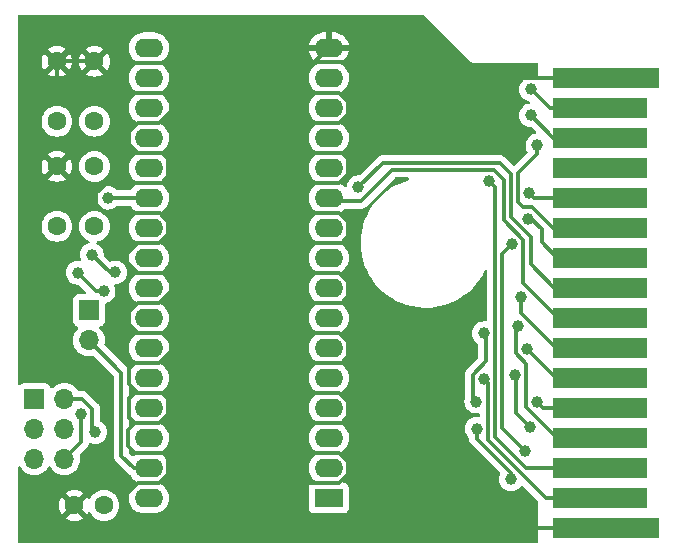
<source format=gbr>
%TF.GenerationSoftware,KiCad,Pcbnew,8.0.8-8.0.8-0~ubuntu24.04.1*%
%TF.CreationDate,2025-02-06T11:49:32-08:00*%
%TF.ProjectId,flash_board,666c6173-685f-4626-9f61-72642e6b6963,rev?*%
%TF.SameCoordinates,Original*%
%TF.FileFunction,Copper,L2,Bot*%
%TF.FilePolarity,Positive*%
%FSLAX46Y46*%
G04 Gerber Fmt 4.6, Leading zero omitted, Abs format (unit mm)*
G04 Created by KiCad (PCBNEW 8.0.8-8.0.8-0~ubuntu24.04.1) date 2025-02-06 11:49:32*
%MOMM*%
%LPD*%
G01*
G04 APERTURE LIST*
%TA.AperFunction,ConnectorPad*%
%ADD10R,9.000000X1.700000*%
%TD*%
%TA.AperFunction,ConnectorPad*%
%ADD11R,8.000000X1.700000*%
%TD*%
%TA.AperFunction,ComponentPad*%
%ADD12R,1.700000X1.700000*%
%TD*%
%TA.AperFunction,ComponentPad*%
%ADD13O,1.700000X1.700000*%
%TD*%
%TA.AperFunction,ComponentPad*%
%ADD14C,1.600000*%
%TD*%
%TA.AperFunction,ComponentPad*%
%ADD15R,2.400000X1.600000*%
%TD*%
%TA.AperFunction,ComponentPad*%
%ADD16O,2.400000X1.600000*%
%TD*%
%TA.AperFunction,ViaPad*%
%ADD17C,1.000000*%
%TD*%
%TA.AperFunction,Conductor*%
%ADD18C,0.300000*%
%TD*%
G04 APERTURE END LIST*
D10*
%TO.P,J1,a1,Pin_a1*%
%TO.N,GND*%
X170815000Y-74930000D03*
D11*
%TO.P,J1,a2,Pin_a2*%
%TO.N,/D3*%
X170315000Y-77470000D03*
%TO.P,J1,a3,Pin_a3*%
%TO.N,/D2*%
X170315000Y-80010000D03*
%TO.P,J1,a4,Pin_a4*%
%TO.N,unconnected-(J1-Pin_a4-Pada4)*%
X170315000Y-82550000D03*
%TO.P,J1,a5,Pin_a5*%
%TO.N,/D6*%
X170315000Y-85090000D03*
%TO.P,J1,a6,Pin_a6*%
%TO.N,/D1*%
X170315000Y-87630000D03*
%TO.P,J1,a7,Pin_a7*%
%TO.N,/D0*%
X170315000Y-90170000D03*
%TO.P,J1,a8,Pin_a8*%
%TO.N,/D7*%
X170315000Y-92710000D03*
%TO.P,J1,a9,Pin_a9*%
%TO.N,/A1*%
X170315000Y-95234024D03*
%TO.P,J1,a10,Pin_a10*%
%TO.N,/A2*%
X170315000Y-97790000D03*
%TO.P,J1,a11,Pin_a11*%
%TO.N,/A5*%
X170315000Y-100330000D03*
%TO.P,J1,a12,Pin_a12*%
%TO.N,/A4*%
X170315000Y-102870000D03*
%TO.P,J1,a13,Pin_a13*%
%TO.N,/A3*%
X170315000Y-105410000D03*
%TO.P,J1,a14,Pin_a14*%
%TO.N,/A0*%
X170315000Y-107950000D03*
%TO.P,J1,a15,Pin_a15*%
%TO.N,/A6*%
X170315000Y-110490000D03*
D10*
%TO.P,J1,a16,Pin_a16*%
%TO.N,GND*%
X170815000Y-113030000D03*
%TD*%
D12*
%TO.P,JP1,1,A*%
%TO.N,/~{WR}*%
X127030000Y-94610000D03*
D13*
%TO.P,JP1,2,B*%
%TO.N,/~{PGM}*%
X127030000Y-97150000D03*
%TD*%
D12*
%TO.P,J2,1,Pin_1*%
%TO.N,+5V*%
X122428000Y-102108000D03*
D13*
%TO.P,J2,2,Pin_2*%
%TO.N,/A16*%
X124968000Y-102108000D03*
%TO.P,J2,3,Pin_3*%
%TO.N,+5V*%
X122428000Y-104648000D03*
%TO.P,J2,4,Pin_4*%
%TO.N,/A17*%
X124968000Y-104648000D03*
%TO.P,J2,5,Pin_5*%
%TO.N,+5V*%
X122428000Y-107188000D03*
%TO.P,J2,6,Pin_6*%
%TO.N,/A18*%
X124968000Y-107188000D03*
%TD*%
D14*
%TO.P,R2,1*%
%TO.N,/A16*%
X124333000Y-78608000D03*
%TO.P,R2,2*%
%TO.N,GND*%
X124333000Y-73528000D03*
%TD*%
%TO.P,R1,1*%
%TO.N,+5V*%
X127508000Y-82428000D03*
%TO.P,R1,2*%
%TO.N,/~{PGM}*%
X127508000Y-87508000D03*
%TD*%
%TO.P,C1,1*%
%TO.N,+5V*%
X128305000Y-111125000D03*
%TO.P,C1,2*%
%TO.N,GND*%
X125805000Y-111125000D03*
%TD*%
%TO.P,R3,1*%
%TO.N,/A17*%
X127508000Y-78608000D03*
%TO.P,R3,2*%
%TO.N,GND*%
X127508000Y-73528000D03*
%TD*%
D15*
%TO.P,U1,1,A18*%
%TO.N,/A18*%
X147355000Y-110490000D03*
D16*
%TO.P,U1,2,A16*%
%TO.N,/A16*%
X147355000Y-107950000D03*
%TO.P,U1,3,A15*%
%TO.N,/A15*%
X147355000Y-105410000D03*
%TO.P,U1,4,A12*%
%TO.N,/A12*%
X147355000Y-102870000D03*
%TO.P,U1,5,A7*%
%TO.N,/A7*%
X147355000Y-100330000D03*
%TO.P,U1,6,A6*%
%TO.N,/A6*%
X147355000Y-97790000D03*
%TO.P,U1,7,A5*%
%TO.N,/A5*%
X147355000Y-95250000D03*
%TO.P,U1,8,A4*%
%TO.N,/A4*%
X147355000Y-92710000D03*
%TO.P,U1,9,A3*%
%TO.N,/A3*%
X147355000Y-90170000D03*
%TO.P,U1,10,A2*%
%TO.N,/A2*%
X147355000Y-87630000D03*
%TO.P,U1,11,A1*%
%TO.N,/A1*%
X147355000Y-85090000D03*
%TO.P,U1,12,A0*%
%TO.N,/A0*%
X147355000Y-82550000D03*
%TO.P,U1,13,D0*%
%TO.N,/D0*%
X147355000Y-80010000D03*
%TO.P,U1,14,D1*%
%TO.N,/D1*%
X147355000Y-77470000D03*
%TO.P,U1,15,D2*%
%TO.N,/D2*%
X147355000Y-74930000D03*
%TO.P,U1,16,GND*%
%TO.N,GND*%
X147355000Y-72390000D03*
%TO.P,U1,17,D3*%
%TO.N,/D3*%
X132115000Y-72390000D03*
%TO.P,U1,18,D4*%
%TO.N,/D4*%
X132115000Y-74930000D03*
%TO.P,U1,19,D5*%
%TO.N,/D5*%
X132115000Y-77470000D03*
%TO.P,U1,20,D6*%
%TO.N,/D6*%
X132115000Y-80010000D03*
%TO.P,U1,21,D7*%
%TO.N,/D7*%
X132115000Y-82550000D03*
%TO.P,U1,22,CE*%
%TO.N,/~{CART}*%
X132115000Y-85090000D03*
%TO.P,U1,23,A10*%
%TO.N,/A10*%
X132115000Y-87630000D03*
%TO.P,U1,24,OE*%
%TO.N,/~{RD}*%
X132115000Y-90170000D03*
%TO.P,U1,25,A11*%
%TO.N,/A11*%
X132115000Y-92710000D03*
%TO.P,U1,26,A9*%
%TO.N,/A9*%
X132115000Y-95250000D03*
%TO.P,U1,27,A8*%
%TO.N,/A8*%
X132115000Y-97790000D03*
%TO.P,U1,28,A13*%
%TO.N,/A13*%
X132115000Y-100330000D03*
%TO.P,U1,29,A14*%
%TO.N,/A14*%
X132115000Y-102870000D03*
%TO.P,U1,30,A17*%
%TO.N,/A17*%
X132115000Y-105410000D03*
%TO.P,U1,31,PGM*%
%TO.N,/~{PGM}*%
X132115000Y-107950000D03*
%TO.P,U1,32,VCC*%
%TO.N,+5V*%
X132115000Y-110490000D03*
%TD*%
D14*
%TO.P,R4,1*%
%TO.N,/A18*%
X124333000Y-87498000D03*
%TO.P,R4,2*%
%TO.N,GND*%
X124333000Y-82418000D03*
%TD*%
D17*
%TO.N,/A16*%
X127569003Y-104909004D03*
%TO.N,/A18*%
X126383000Y-103408000D03*
%TO.N,/D6*%
X164303180Y-84658997D03*
%TO.N,/D7*%
X149860000Y-84201000D03*
%TO.N,/A15*%
X163953248Y-106483248D03*
X162874999Y-89014039D03*
%TO.N,/A4*%
X159841258Y-102342319D03*
X160467000Y-96546484D03*
X165015001Y-102416497D03*
%TO.N,/A14*%
X128283000Y-93008000D03*
X126080000Y-91440000D03*
%TO.N,/~{CART}*%
X128625000Y-85090000D03*
%TO.N,/A0*%
X160909000Y-83658000D03*
%TO.N,/D1*%
X165014998Y-80645000D03*
%TO.N,/D3*%
X164465000Y-75885000D03*
%TO.N,/A7*%
X162777248Y-108923981D03*
X159867000Y-104623981D03*
%TO.N,/D2*%
X164465000Y-78105000D03*
%TO.N,/A5*%
X164121484Y-97846484D03*
%TO.N,/D0*%
X164256426Y-86859932D03*
%TO.N,/A12*%
X163115001Y-100059484D03*
X164371498Y-104460001D03*
%TO.N,/A13*%
X129260000Y-91408000D03*
X127284748Y-89909748D03*
%TO.N,/A3*%
X163373482Y-95946485D03*
%TO.N,/A2*%
X163614287Y-93456791D03*
%TO.N,/A6*%
X160467000Y-100448000D03*
%TD*%
D18*
%TO.N,GND*%
X125805000Y-111125000D02*
X127710000Y-113030000D01*
X143545000Y-106680000D02*
X143545000Y-104140000D01*
X127675000Y-85638000D02*
X127675000Y-84696497D01*
X133477000Y-106680000D02*
X130937000Y-106680000D01*
X133985000Y-98087767D02*
X133985000Y-97282000D01*
X133765000Y-87112233D02*
X133032767Y-86380000D01*
X130429000Y-94768233D02*
X131217233Y-93980000D01*
X148252767Y-101600000D02*
X149005000Y-102352233D01*
X130917000Y-99080000D02*
X132992767Y-99080000D01*
X149005000Y-81821999D02*
X148463001Y-81280000D01*
X132992767Y-109240000D02*
X133765000Y-108467767D01*
X133497000Y-91460000D02*
X131211000Y-91460000D01*
X131237233Y-101620000D02*
X130465000Y-100847767D01*
X149987000Y-72390000D02*
X148763000Y-73614000D01*
X127675000Y-84696497D02*
X128551497Y-83820000D01*
X125783000Y-80968000D02*
X125783000Y-76817000D01*
X132992767Y-99080000D02*
X133985000Y-98087767D01*
X134883000Y-76200000D02*
X134239000Y-76200000D01*
X143545000Y-101600000D02*
X148252767Y-101600000D01*
X134315000Y-73640000D02*
X134883000Y-74208000D01*
X148252767Y-86360000D02*
X143545000Y-86360000D01*
X149005000Y-92192233D02*
X148252767Y-91440000D01*
X143545000Y-83820000D02*
X148252767Y-83820000D01*
X128417000Y-86380000D02*
X127675000Y-85638000D01*
X130180000Y-76200000D02*
X129035500Y-75055500D01*
X133243000Y-81300000D02*
X131197233Y-81300000D01*
X143545000Y-106680000D02*
X148252767Y-106680000D01*
X148252767Y-83820000D02*
X149005000Y-83067767D01*
X133765000Y-83278001D02*
X133765000Y-81822000D01*
X148252767Y-106680000D02*
X149005000Y-107432233D01*
X130175000Y-113030000D02*
X143637000Y-113030000D01*
X130429000Y-80531767D02*
X130429000Y-79528233D01*
X148252767Y-76200000D02*
X143545000Y-76200000D01*
X143545000Y-86360000D02*
X143545000Y-83820000D01*
X130175000Y-89916000D02*
X131171000Y-88920000D01*
X131211000Y-91460000D02*
X130175000Y-90424000D01*
X148252767Y-109220000D02*
X143545000Y-109220000D01*
X134239000Y-76200000D02*
X130180000Y-76200000D01*
X129035500Y-75055500D02*
X130451000Y-73640000D01*
X130465000Y-103694000D02*
X130465000Y-102072000D01*
X148252767Y-91440000D02*
X143545000Y-91440000D01*
X149005000Y-102352233D02*
X149005000Y-103598000D01*
X149005000Y-97272233D02*
X148252767Y-96520000D01*
X130175000Y-110262233D02*
X131197233Y-109240000D01*
X124333000Y-82418000D02*
X125783000Y-80968000D01*
X128551497Y-83820000D02*
X133223001Y-83820000D01*
X146131000Y-73614000D02*
X147355000Y-72390000D01*
X149005000Y-93438001D02*
X149005000Y-92192233D01*
X148463000Y-88900000D02*
X149005000Y-88358000D01*
X127710000Y-113030000D02*
X130175000Y-113030000D01*
X133765000Y-106968000D02*
X133477000Y-106680000D01*
X143545000Y-101600000D02*
X143545000Y-99060000D01*
X143545000Y-76200000D02*
X134883000Y-76200000D01*
X159385000Y-74930000D02*
X156845000Y-72390000D01*
X133223001Y-83820000D02*
X133765000Y-83278001D01*
X133243000Y-96540000D02*
X131237233Y-96540000D01*
X148463001Y-93980000D02*
X149005000Y-93438001D01*
X129035500Y-75055500D02*
X127508000Y-73528000D01*
X149987000Y-72390000D02*
X147355000Y-72390000D01*
X149005000Y-98518000D02*
X149005000Y-97272233D01*
X125783000Y-76817000D02*
X124333000Y-75367000D01*
X149005000Y-108467767D02*
X148252767Y-109220000D01*
X133765000Y-102142000D02*
X133243000Y-101620000D01*
X143637000Y-113030000D02*
X170815000Y-113030000D01*
X130931000Y-104160000D02*
X130465000Y-103694000D01*
X130465000Y-100847767D02*
X130465000Y-99532000D01*
X133012767Y-78740000D02*
X134239000Y-77513767D01*
X148763000Y-73614000D02*
X146131000Y-73614000D01*
X143637000Y-113030000D02*
X143545000Y-112938000D01*
X131197233Y-81300000D02*
X130429000Y-80531767D01*
X130931000Y-104160000D02*
X132992767Y-104160000D01*
X132992767Y-88920000D02*
X133765000Y-88147767D01*
X133985000Y-97282000D02*
X133243000Y-96540000D01*
X131217233Y-93980000D02*
X133012767Y-93980000D01*
X133985000Y-91948000D02*
X133497000Y-91460000D01*
X130465000Y-102072000D02*
X130683000Y-101854000D01*
X131171000Y-88920000D02*
X132992767Y-88920000D01*
X143545000Y-81280000D02*
X143545000Y-78740000D01*
X130175000Y-113030000D02*
X130175000Y-110262233D01*
X133985000Y-93007767D02*
X133985000Y-91948000D01*
X143545000Y-78740000D02*
X148252767Y-78740000D01*
X149005000Y-103598000D02*
X148463000Y-104140000D01*
X133243000Y-101620000D02*
X131237233Y-101620000D01*
X143545000Y-112938000D02*
X143545000Y-109220000D01*
X133765000Y-81822000D02*
X133243000Y-81300000D01*
X170815000Y-74930000D02*
X159385000Y-74930000D01*
X130937000Y-106680000D02*
X130383000Y-106126000D01*
X131237233Y-96540000D02*
X130429000Y-95731767D01*
X149005000Y-83067767D02*
X149005000Y-81821999D01*
X143545000Y-96520000D02*
X143545000Y-93980000D01*
X148252767Y-78740000D02*
X149005000Y-77987767D01*
X133765000Y-88147767D02*
X133765000Y-87112233D01*
X130465000Y-99532000D02*
X130917000Y-99080000D01*
X156845000Y-72390000D02*
X149987000Y-72390000D01*
X131217233Y-78740000D02*
X133012767Y-78740000D01*
X149005000Y-87112233D02*
X148252767Y-86360000D01*
X149005000Y-88358000D02*
X149005000Y-87112233D01*
X133765000Y-103387767D02*
X133765000Y-102142000D01*
X143545000Y-91440000D02*
X143545000Y-88900000D01*
X148463001Y-81280000D02*
X143545000Y-81280000D01*
X131197233Y-109240000D02*
X132992767Y-109240000D01*
X148463000Y-99060000D02*
X149005000Y-98518000D01*
X130383000Y-104708000D02*
X130931000Y-104160000D01*
X143545000Y-99060000D02*
X148463000Y-99060000D01*
X134239000Y-77513767D02*
X134239000Y-76200000D01*
X134883000Y-74208000D02*
X134883000Y-76200000D01*
X130175000Y-90424000D02*
X130175000Y-89916000D01*
X130451000Y-73640000D02*
X134315000Y-73640000D01*
X124333000Y-75367000D02*
X124333000Y-73528000D01*
X149005000Y-107432233D02*
X149005000Y-108467767D01*
X133012767Y-93980000D02*
X133985000Y-93007767D01*
X130429000Y-95731767D02*
X130429000Y-94768233D01*
X143545000Y-76200000D02*
X146131000Y-73614000D01*
X148252767Y-96520000D02*
X143545000Y-96520000D01*
X130429000Y-79528233D02*
X131217233Y-78740000D01*
X130383000Y-106126000D02*
X130383000Y-104708000D01*
X133765000Y-108467767D02*
X133765000Y-106968000D01*
X143545000Y-93980000D02*
X148463001Y-93980000D01*
X143545000Y-88900000D02*
X148463000Y-88900000D01*
X149005000Y-76952233D02*
X148252767Y-76200000D01*
X133032767Y-86380000D02*
X128417000Y-86380000D01*
X132992767Y-104160000D02*
X133765000Y-103387767D01*
X124333000Y-73528000D02*
X127508000Y-73528000D01*
X148463000Y-104140000D02*
X143545000Y-104140000D01*
X149005000Y-77987767D02*
X149005000Y-76952233D01*
%TO.N,/~{PGM}*%
X130825000Y-107950000D02*
X132115000Y-107950000D01*
X129783000Y-99903000D02*
X129783000Y-106908000D01*
X129783000Y-106908000D02*
X130825000Y-107950000D01*
X127030000Y-97150000D02*
X129783000Y-99903000D01*
%TO.N,/A16*%
X127333000Y-102958000D02*
X126483000Y-102108000D01*
X127333000Y-104673001D02*
X127333000Y-102958000D01*
X127569003Y-104909004D02*
X127333000Y-104673001D01*
X126483000Y-102108000D02*
X124968000Y-102108000D01*
%TO.N,/A18*%
X124968000Y-107188000D02*
X126383000Y-105773000D01*
X126383000Y-105773000D02*
X126383000Y-103408000D01*
%TO.N,/D6*%
X164303180Y-84658997D02*
X164734183Y-85090000D01*
X164734183Y-85090000D02*
X170815000Y-85090000D01*
%TO.N,/D7*%
X164430000Y-88377009D02*
X164430000Y-90699974D01*
X161810503Y-82108000D02*
X162753180Y-83050677D01*
X166440026Y-92710000D02*
X170815000Y-92710000D01*
X162753180Y-83050677D02*
X162753180Y-86700189D01*
X149860000Y-84201000D02*
X151953000Y-82108000D01*
X162753180Y-86700189D02*
X164430000Y-88377009D01*
X164430000Y-90699974D02*
X166440026Y-92710000D01*
X151953000Y-82108000D02*
X161810503Y-82108000D01*
%TO.N,/A1*%
X147609000Y-85344000D02*
X147355000Y-85090000D01*
X166735024Y-95234024D02*
X163830000Y-92329000D01*
X150060503Y-85344000D02*
X147609000Y-85344000D01*
X152696503Y-82708000D02*
X150060503Y-85344000D01*
X163830000Y-88625537D02*
X162153180Y-86948717D01*
X161321000Y-82708000D02*
X152696503Y-82708000D01*
X162153180Y-86948717D02*
X162153180Y-83540180D01*
X170850915Y-95234024D02*
X166735024Y-95234024D01*
X163830000Y-92329000D02*
X163830000Y-88625537D01*
X162153180Y-83540180D02*
X161321000Y-82708000D01*
%TO.N,/A15*%
X162874999Y-89014039D02*
X162017000Y-89872038D01*
X162017000Y-89872038D02*
X162017000Y-104547000D01*
X162017000Y-104547000D02*
X163953248Y-106483248D01*
%TO.N,/A4*%
X165468504Y-102870000D02*
X170815000Y-102870000D01*
X160655000Y-96734484D02*
X160655000Y-98916497D01*
X159517000Y-102018061D02*
X159841258Y-102342319D01*
X160655000Y-98916497D02*
X159517000Y-100054497D01*
X165015001Y-102416497D02*
X165468504Y-102870000D01*
X159517000Y-100054497D02*
X159517000Y-102018061D01*
X160467000Y-96546484D02*
X160655000Y-96734484D01*
%TO.N,/A14*%
X127648000Y-93008000D02*
X126080000Y-91440000D01*
X128283000Y-93008000D02*
X127648000Y-93008000D01*
%TO.N,/~{CART}*%
X128625000Y-85090000D02*
X132115000Y-85090000D01*
%TO.N,/A0*%
X161417000Y-84166000D02*
X161417000Y-105323472D01*
X161417000Y-105323472D02*
X164043528Y-107950000D01*
X164043528Y-107950000D02*
X170815000Y-107950000D01*
X160909000Y-83658000D02*
X161417000Y-84166000D01*
%TO.N,/D1*%
X164580715Y-85840715D02*
X166370000Y-87630000D01*
X165014998Y-81365002D02*
X163353180Y-83026820D01*
X163353180Y-83026820D02*
X163353180Y-85442399D01*
X165014998Y-80645000D02*
X165014998Y-81365002D01*
X166370000Y-87630000D02*
X170815000Y-87630000D01*
X163751496Y-85840715D02*
X164580715Y-85840715D01*
X163353180Y-85442399D02*
X163751496Y-85840715D01*
%TO.N,/D3*%
X166050000Y-77470000D02*
X170815000Y-77470000D01*
X164465000Y-75885000D02*
X166050000Y-77470000D01*
%TO.N,/A7*%
X162777248Y-108923981D02*
X162777248Y-108380776D01*
X162777248Y-108380776D02*
X159867000Y-105470528D01*
X159867000Y-105470528D02*
X159867000Y-104623981D01*
%TO.N,/D2*%
X164465000Y-78105000D02*
X166370000Y-80010000D01*
X166370000Y-80010000D02*
X170815000Y-80010000D01*
%TO.N,/A5*%
X164121484Y-97846484D02*
X166605000Y-100330000D01*
X166605000Y-100330000D02*
X170815000Y-100330000D01*
%TO.N,/D0*%
X164256426Y-86859932D02*
X164456932Y-86859932D01*
X164456932Y-86859932D02*
X165365000Y-87768000D01*
X165365000Y-87768000D02*
X165365000Y-88870000D01*
X166665000Y-90170000D02*
X170815000Y-90170000D01*
X165365000Y-88870000D02*
X166665000Y-90170000D01*
%TO.N,/A12*%
X163195000Y-103283503D02*
X164371498Y-104460001D01*
X163195000Y-100139483D02*
X163195000Y-103283503D01*
X163115001Y-100059484D02*
X163195000Y-100139483D01*
%TO.N,/A13*%
X128783000Y-91408000D02*
X129260000Y-91408000D01*
X127284748Y-89909748D02*
X128783000Y-91408000D01*
%TO.N,/A3*%
X164065001Y-99133504D02*
X164065001Y-102810001D01*
X163373482Y-95946485D02*
X163171484Y-96148483D01*
X166665000Y-105410000D02*
X170815000Y-105410000D01*
X163171484Y-98239987D02*
X164065001Y-99133504D01*
X164065001Y-102810001D02*
X166665000Y-105410000D01*
X163171484Y-96148483D02*
X163171484Y-98239987D01*
%TO.N,/A2*%
X163614287Y-94843787D02*
X166560500Y-97790000D01*
X163614287Y-93456791D02*
X163614287Y-94843787D01*
X166560500Y-97790000D02*
X170815000Y-97790000D01*
%TO.N,/A6*%
X160817000Y-100798000D02*
X160817000Y-105572000D01*
X160817000Y-105572000D02*
X165735000Y-110490000D01*
X160467000Y-100448000D02*
X160817000Y-100798000D01*
X165735000Y-110490000D02*
X170815000Y-110490000D01*
%TD*%
%TA.AperFunction,Conductor*%
%TO.N,GND*%
G36*
X130638703Y-106146629D02*
G01*
X130657817Y-106167455D01*
X130672506Y-106187672D01*
X130723034Y-106257219D01*
X130867786Y-106401971D01*
X131016714Y-106510171D01*
X131033390Y-106522287D01*
X131101114Y-106556794D01*
X131126080Y-106569515D01*
X131176876Y-106617490D01*
X131193671Y-106685311D01*
X131171134Y-106751446D01*
X131126080Y-106790485D01*
X131033386Y-106837715D01*
X130886968Y-106944093D01*
X130821161Y-106967573D01*
X130753108Y-106951747D01*
X130726402Y-106931456D01*
X130469819Y-106674873D01*
X130436334Y-106613550D01*
X130433500Y-106587192D01*
X130433500Y-106240342D01*
X130453185Y-106173303D01*
X130505989Y-106127548D01*
X130575147Y-106117604D01*
X130638703Y-106146629D01*
G37*
%TD.AperFunction*%
%TA.AperFunction,Conductor*%
G36*
X130638703Y-103606629D02*
G01*
X130657817Y-103627455D01*
X130707014Y-103695169D01*
X130723034Y-103717219D01*
X130867786Y-103861971D01*
X131016714Y-103970171D01*
X131033390Y-103982287D01*
X131101114Y-104016794D01*
X131126080Y-104029515D01*
X131176876Y-104077490D01*
X131193671Y-104145311D01*
X131171134Y-104211446D01*
X131126080Y-104250485D01*
X131033386Y-104297715D01*
X130867786Y-104418028D01*
X130723032Y-104562782D01*
X130723028Y-104562787D01*
X130657818Y-104652542D01*
X130602488Y-104695208D01*
X130532875Y-104701187D01*
X130471080Y-104668581D01*
X130436723Y-104607743D01*
X130433500Y-104579657D01*
X130433500Y-103700342D01*
X130453185Y-103633303D01*
X130505989Y-103587548D01*
X130575147Y-103577604D01*
X130638703Y-103606629D01*
G37*
%TD.AperFunction*%
%TA.AperFunction,Conductor*%
G36*
X130638703Y-101066629D02*
G01*
X130657819Y-101087457D01*
X130723034Y-101177219D01*
X130867786Y-101321971D01*
X131016714Y-101430171D01*
X131033390Y-101442287D01*
X131122485Y-101487683D01*
X131126080Y-101489515D01*
X131176876Y-101537490D01*
X131193671Y-101605311D01*
X131171134Y-101671446D01*
X131126080Y-101710485D01*
X131033386Y-101757715D01*
X130867786Y-101878028D01*
X130723032Y-102022782D01*
X130723028Y-102022787D01*
X130657818Y-102112542D01*
X130602488Y-102155208D01*
X130532875Y-102161187D01*
X130471080Y-102128581D01*
X130436723Y-102067743D01*
X130433500Y-102039657D01*
X130433500Y-101160342D01*
X130453185Y-101093303D01*
X130505989Y-101047548D01*
X130575147Y-101037604D01*
X130638703Y-101066629D01*
G37*
%TD.AperFunction*%
%TA.AperFunction,Conductor*%
G36*
X155383363Y-69608185D02*
G01*
X155404005Y-69624819D01*
X159238500Y-73459314D01*
X159331686Y-73552500D01*
X159445814Y-73618392D01*
X159573108Y-73652500D01*
X159573110Y-73652500D01*
X164976000Y-73652500D01*
X165043039Y-73672185D01*
X165088794Y-73724989D01*
X165100000Y-73776500D01*
X165100000Y-74883077D01*
X165080315Y-74950116D01*
X165027511Y-74995871D01*
X164958353Y-75005815D01*
X164917548Y-74992436D01*
X164849731Y-74956188D01*
X164849730Y-74956187D01*
X164849727Y-74956186D01*
X164661132Y-74898976D01*
X164661129Y-74898975D01*
X164465000Y-74879659D01*
X164268870Y-74898975D01*
X164080266Y-74956188D01*
X163906467Y-75049086D01*
X163906460Y-75049090D01*
X163754116Y-75174116D01*
X163629090Y-75326460D01*
X163629086Y-75326467D01*
X163536188Y-75500266D01*
X163478975Y-75688870D01*
X163459659Y-75885000D01*
X163478975Y-76081129D01*
X163496072Y-76137490D01*
X163534685Y-76264780D01*
X163536188Y-76269733D01*
X163629086Y-76443532D01*
X163629090Y-76443539D01*
X163754116Y-76595883D01*
X163906460Y-76720909D01*
X163906467Y-76720913D01*
X164080266Y-76813811D01*
X164080269Y-76813811D01*
X164080273Y-76813814D01*
X164268868Y-76871024D01*
X164274678Y-76871596D01*
X164339464Y-76897751D01*
X164379828Y-76954782D01*
X164382951Y-77024582D01*
X164347841Y-77084989D01*
X164285646Y-77116826D01*
X164274696Y-77118401D01*
X164268872Y-77118975D01*
X164268869Y-77118975D01*
X164268868Y-77118976D01*
X164149384Y-77155221D01*
X164080266Y-77176188D01*
X163906467Y-77269086D01*
X163906460Y-77269090D01*
X163754116Y-77394116D01*
X163629090Y-77546460D01*
X163629086Y-77546467D01*
X163536188Y-77720266D01*
X163478975Y-77908870D01*
X163459659Y-78105000D01*
X163478975Y-78301129D01*
X163536188Y-78489733D01*
X163629086Y-78663532D01*
X163629090Y-78663539D01*
X163754116Y-78815883D01*
X163906460Y-78940909D01*
X163906467Y-78940913D01*
X164080266Y-79033811D01*
X164080269Y-79033811D01*
X164080273Y-79033814D01*
X164268868Y-79091024D01*
X164465000Y-79110341D01*
X164465000Y-79110340D01*
X164465001Y-79110341D01*
X164465003Y-79110341D01*
X164476515Y-79109206D01*
X164484369Y-79108433D01*
X164553015Y-79121449D01*
X164584208Y-79144154D01*
X164888523Y-79448469D01*
X164922008Y-79509792D01*
X164917024Y-79579484D01*
X164875152Y-79635417D01*
X164824348Y-79655309D01*
X164824841Y-79657787D01*
X164818875Y-79658973D01*
X164630264Y-79716188D01*
X164456465Y-79809086D01*
X164456458Y-79809090D01*
X164304114Y-79934116D01*
X164179088Y-80086460D01*
X164179084Y-80086467D01*
X164086186Y-80260266D01*
X164028973Y-80448870D01*
X164009657Y-80645000D01*
X164028973Y-80841129D01*
X164086185Y-81029730D01*
X164119534Y-81092120D01*
X164162706Y-81172890D01*
X164176948Y-81241291D01*
X164151948Y-81306535D01*
X164141029Y-81319023D01*
X163128932Y-82331120D01*
X163067609Y-82364605D01*
X162997917Y-82359621D01*
X162953570Y-82331120D01*
X162225176Y-81602726D01*
X162225172Y-81602723D01*
X162118630Y-81531535D01*
X162000247Y-81482499D01*
X162000241Y-81482497D01*
X161874574Y-81457500D01*
X161874572Y-81457500D01*
X151888931Y-81457500D01*
X151888929Y-81457500D01*
X151763261Y-81482497D01*
X151763255Y-81482499D01*
X151644874Y-81531534D01*
X151538326Y-81602726D01*
X149979207Y-83161845D01*
X149917884Y-83195330D01*
X149879372Y-83197566D01*
X149860000Y-83195659D01*
X149859999Y-83195659D01*
X149663870Y-83214975D01*
X149475266Y-83272188D01*
X149301467Y-83365086D01*
X149301460Y-83365090D01*
X149149116Y-83490116D01*
X149024090Y-83642460D01*
X149024086Y-83642467D01*
X148931188Y-83816266D01*
X148873975Y-84004870D01*
X148866954Y-84076159D01*
X148840793Y-84140946D01*
X148783758Y-84181304D01*
X148713958Y-84184421D01*
X148655870Y-84151685D01*
X148602213Y-84098028D01*
X148436614Y-83977715D01*
X148430006Y-83974348D01*
X148343917Y-83930483D01*
X148293123Y-83882511D01*
X148276328Y-83814690D01*
X148298865Y-83748555D01*
X148343917Y-83709516D01*
X148436610Y-83662287D01*
X148518902Y-83602499D01*
X148602213Y-83541971D01*
X148602215Y-83541968D01*
X148602219Y-83541966D01*
X148746966Y-83397219D01*
X148746968Y-83397215D01*
X148746971Y-83397213D01*
X148831702Y-83280589D01*
X148867287Y-83231610D01*
X148960220Y-83049219D01*
X149023477Y-82854534D01*
X149055500Y-82652352D01*
X149055500Y-82447648D01*
X149041558Y-82359621D01*
X149023477Y-82245465D01*
X148960218Y-82050776D01*
X148919910Y-81971668D01*
X148867287Y-81868390D01*
X148859556Y-81857749D01*
X148746971Y-81702786D01*
X148602213Y-81558028D01*
X148436614Y-81437715D01*
X148417455Y-81427953D01*
X148343917Y-81390483D01*
X148293123Y-81342511D01*
X148276328Y-81274690D01*
X148298865Y-81208555D01*
X148343917Y-81169516D01*
X148436610Y-81122287D01*
X148564005Y-81029730D01*
X148602213Y-81001971D01*
X148602215Y-81001968D01*
X148602219Y-81001966D01*
X148746966Y-80857219D01*
X148746968Y-80857215D01*
X148746971Y-80857213D01*
X148799732Y-80784590D01*
X148867287Y-80691610D01*
X148960220Y-80509219D01*
X149023477Y-80314534D01*
X149055500Y-80112352D01*
X149055500Y-79907648D01*
X149053280Y-79893633D01*
X149023477Y-79705465D01*
X148960218Y-79510776D01*
X148926503Y-79444607D01*
X148867287Y-79328390D01*
X148859556Y-79317749D01*
X148746971Y-79162786D01*
X148602213Y-79018028D01*
X148436614Y-78897715D01*
X148430006Y-78894348D01*
X148343917Y-78850483D01*
X148293123Y-78802511D01*
X148276328Y-78734690D01*
X148298865Y-78668555D01*
X148343917Y-78629516D01*
X148436610Y-78582287D01*
X148564001Y-78489733D01*
X148602213Y-78461971D01*
X148602215Y-78461968D01*
X148602219Y-78461966D01*
X148746966Y-78317219D01*
X148746968Y-78317215D01*
X148746971Y-78317213D01*
X148844671Y-78182738D01*
X148867287Y-78151610D01*
X148960220Y-77969219D01*
X149023477Y-77774534D01*
X149055500Y-77572352D01*
X149055500Y-77367648D01*
X149048328Y-77322364D01*
X149023477Y-77165465D01*
X148960218Y-76970776D01*
X148909391Y-76871024D01*
X148867287Y-76788390D01*
X148859556Y-76777749D01*
X148746971Y-76622786D01*
X148602213Y-76478028D01*
X148436614Y-76357715D01*
X148430006Y-76354348D01*
X148343917Y-76310483D01*
X148293123Y-76262511D01*
X148276328Y-76194690D01*
X148298865Y-76128555D01*
X148343917Y-76089516D01*
X148436610Y-76042287D01*
X148546101Y-75962738D01*
X148602213Y-75921971D01*
X148602215Y-75921968D01*
X148602219Y-75921966D01*
X148746966Y-75777219D01*
X148746968Y-75777215D01*
X148746971Y-75777213D01*
X148811156Y-75688868D01*
X148867287Y-75611610D01*
X148960220Y-75429219D01*
X149023477Y-75234534D01*
X149055500Y-75032352D01*
X149055500Y-74827648D01*
X149023477Y-74625466D01*
X148960220Y-74430781D01*
X148960218Y-74430778D01*
X148960218Y-74430776D01*
X148926503Y-74364607D01*
X148867287Y-74248390D01*
X148859556Y-74237749D01*
X148746971Y-74082786D01*
X148602213Y-73938028D01*
X148436611Y-73817713D01*
X148343369Y-73770203D01*
X148292574Y-73722229D01*
X148275779Y-73654407D01*
X148298317Y-73588273D01*
X148343371Y-73549234D01*
X148436347Y-73501861D01*
X148601894Y-73381582D01*
X148601895Y-73381582D01*
X148746582Y-73236895D01*
X148746582Y-73236894D01*
X148866859Y-73071349D01*
X148959755Y-72889029D01*
X149022990Y-72694413D01*
X149031609Y-72640000D01*
X147670686Y-72640000D01*
X147675080Y-72635606D01*
X147727741Y-72544394D01*
X147755000Y-72442661D01*
X147755000Y-72337339D01*
X147727741Y-72235606D01*
X147675080Y-72144394D01*
X147670686Y-72140000D01*
X149031609Y-72140000D01*
X149022990Y-72085586D01*
X148959755Y-71890970D01*
X148866859Y-71708650D01*
X148746582Y-71543105D01*
X148746582Y-71543104D01*
X148601895Y-71398417D01*
X148436349Y-71278140D01*
X148254031Y-71185244D01*
X148059417Y-71122009D01*
X147857317Y-71090000D01*
X147605000Y-71090000D01*
X147605000Y-72074314D01*
X147600606Y-72069920D01*
X147509394Y-72017259D01*
X147407661Y-71990000D01*
X147302339Y-71990000D01*
X147200606Y-72017259D01*
X147109394Y-72069920D01*
X147105000Y-72074314D01*
X147105000Y-71090000D01*
X146852683Y-71090000D01*
X146650582Y-71122009D01*
X146455968Y-71185244D01*
X146273650Y-71278140D01*
X146108105Y-71398417D01*
X146108104Y-71398417D01*
X145963417Y-71543104D01*
X145963417Y-71543105D01*
X145843140Y-71708650D01*
X145750244Y-71890970D01*
X145687009Y-72085586D01*
X145678391Y-72140000D01*
X147039314Y-72140000D01*
X147034920Y-72144394D01*
X146982259Y-72235606D01*
X146955000Y-72337339D01*
X146955000Y-72442661D01*
X146982259Y-72544394D01*
X147034920Y-72635606D01*
X147039314Y-72640000D01*
X145678391Y-72640000D01*
X145687009Y-72694413D01*
X145750244Y-72889029D01*
X145843140Y-73071349D01*
X145963417Y-73236894D01*
X145963417Y-73236895D01*
X146108104Y-73381582D01*
X146273652Y-73501861D01*
X146366628Y-73549234D01*
X146417425Y-73597208D01*
X146434220Y-73665029D01*
X146411683Y-73731164D01*
X146366630Y-73770203D01*
X146273388Y-73817713D01*
X146107786Y-73938028D01*
X145963028Y-74082786D01*
X145842715Y-74248386D01*
X145749781Y-74430776D01*
X145686522Y-74625465D01*
X145681348Y-74658136D01*
X145654500Y-74827648D01*
X145654500Y-75032352D01*
X145657151Y-75049090D01*
X145686522Y-75234534D01*
X145749781Y-75429223D01*
X145842715Y-75611613D01*
X145963028Y-75777213D01*
X146107786Y-75921971D01*
X146262749Y-76034556D01*
X146273390Y-76042287D01*
X146364840Y-76088883D01*
X146366080Y-76089515D01*
X146416876Y-76137490D01*
X146433671Y-76205311D01*
X146411134Y-76271446D01*
X146366080Y-76310485D01*
X146273386Y-76357715D01*
X146107786Y-76478028D01*
X145963028Y-76622786D01*
X145842715Y-76788386D01*
X145749781Y-76970776D01*
X145686522Y-77165465D01*
X145654500Y-77367648D01*
X145654500Y-77572351D01*
X145686522Y-77774534D01*
X145749781Y-77969223D01*
X145842715Y-78151613D01*
X145963028Y-78317213D01*
X146107786Y-78461971D01*
X146262749Y-78574556D01*
X146273390Y-78582287D01*
X146364840Y-78628883D01*
X146366080Y-78629515D01*
X146416876Y-78677490D01*
X146433671Y-78745311D01*
X146411134Y-78811446D01*
X146366080Y-78850485D01*
X146273386Y-78897715D01*
X146107786Y-79018028D01*
X145963028Y-79162786D01*
X145842715Y-79328386D01*
X145749781Y-79510776D01*
X145686522Y-79705465D01*
X145654500Y-79907648D01*
X145654500Y-80112351D01*
X145686522Y-80314534D01*
X145749781Y-80509223D01*
X145842715Y-80691613D01*
X145963028Y-80857213D01*
X146107786Y-81001971D01*
X146260654Y-81113034D01*
X146273390Y-81122287D01*
X146364840Y-81168883D01*
X146366080Y-81169515D01*
X146416876Y-81217490D01*
X146433671Y-81285311D01*
X146411134Y-81351446D01*
X146366080Y-81390485D01*
X146273386Y-81437715D01*
X146107786Y-81558028D01*
X145963028Y-81702786D01*
X145842715Y-81868386D01*
X145749781Y-82050776D01*
X145686522Y-82245465D01*
X145659069Y-82418802D01*
X145654500Y-82447648D01*
X145654500Y-82652352D01*
X145658878Y-82679995D01*
X145686522Y-82854534D01*
X145749781Y-83049223D01*
X145797804Y-83143471D01*
X145824227Y-83195330D01*
X145842715Y-83231613D01*
X145963028Y-83397213D01*
X146107786Y-83541971D01*
X146237017Y-83635861D01*
X146273390Y-83662287D01*
X146355902Y-83704329D01*
X146366080Y-83709515D01*
X146416876Y-83757490D01*
X146433671Y-83825311D01*
X146411134Y-83891446D01*
X146366080Y-83930485D01*
X146273386Y-83977715D01*
X146107786Y-84098028D01*
X145963028Y-84242786D01*
X145842715Y-84408386D01*
X145749781Y-84590776D01*
X145686522Y-84785465D01*
X145654500Y-84987648D01*
X145654500Y-85192351D01*
X145686522Y-85394534D01*
X145749781Y-85589223D01*
X145813691Y-85714653D01*
X145829919Y-85746501D01*
X145842715Y-85771613D01*
X145963028Y-85937213D01*
X146107786Y-86081971D01*
X146254338Y-86188445D01*
X146273390Y-86202287D01*
X146364840Y-86248883D01*
X146366080Y-86249515D01*
X146416876Y-86297490D01*
X146433671Y-86365311D01*
X146411134Y-86431446D01*
X146366080Y-86470485D01*
X146273386Y-86517715D01*
X146107786Y-86638028D01*
X145963028Y-86782786D01*
X145842715Y-86948386D01*
X145749781Y-87130776D01*
X145686522Y-87325465D01*
X145659196Y-87497998D01*
X145654500Y-87527648D01*
X145654500Y-87732352D01*
X145658878Y-87759995D01*
X145686522Y-87934534D01*
X145749781Y-88129223D01*
X145813691Y-88254653D01*
X145838405Y-88303156D01*
X145842715Y-88311613D01*
X145963028Y-88477213D01*
X146107786Y-88621971D01*
X146249236Y-88724738D01*
X146273390Y-88742287D01*
X146354536Y-88783633D01*
X146366080Y-88789515D01*
X146416876Y-88837490D01*
X146433671Y-88905311D01*
X146411134Y-88971446D01*
X146366080Y-89010485D01*
X146273386Y-89057715D01*
X146107786Y-89178028D01*
X145963028Y-89322786D01*
X145842715Y-89488386D01*
X145749781Y-89670776D01*
X145686522Y-89865465D01*
X145662709Y-90015818D01*
X145654500Y-90067648D01*
X145654500Y-90272352D01*
X145658004Y-90294475D01*
X145686522Y-90474534D01*
X145749781Y-90669223D01*
X145782832Y-90734088D01*
X145841621Y-90849467D01*
X145842715Y-90851613D01*
X145963028Y-91017213D01*
X146107786Y-91161971D01*
X146250388Y-91265575D01*
X146273390Y-91282287D01*
X146364840Y-91328883D01*
X146366080Y-91329515D01*
X146416876Y-91377490D01*
X146433671Y-91445311D01*
X146411134Y-91511446D01*
X146366080Y-91550485D01*
X146273386Y-91597715D01*
X146107786Y-91718028D01*
X145963028Y-91862786D01*
X145842715Y-92028386D01*
X145749781Y-92210776D01*
X145686522Y-92405465D01*
X145654500Y-92607648D01*
X145654500Y-92812351D01*
X145686522Y-93014534D01*
X145749781Y-93209223D01*
X145804292Y-93316204D01*
X145836953Y-93380306D01*
X145842715Y-93391613D01*
X145963028Y-93557213D01*
X146107786Y-93701971D01*
X146218309Y-93782269D01*
X146273390Y-93822287D01*
X146364840Y-93868883D01*
X146366080Y-93869515D01*
X146416876Y-93917490D01*
X146433671Y-93985311D01*
X146411134Y-94051446D01*
X146366080Y-94090485D01*
X146273386Y-94137715D01*
X146107786Y-94258028D01*
X145963028Y-94402786D01*
X145842715Y-94568386D01*
X145749781Y-94750776D01*
X145686522Y-94945465D01*
X145654500Y-95147648D01*
X145654500Y-95352351D01*
X145686522Y-95554534D01*
X145749781Y-95749223D01*
X145842715Y-95931613D01*
X145963028Y-96097213D01*
X146107786Y-96241971D01*
X146262749Y-96354556D01*
X146273390Y-96362287D01*
X146364840Y-96408883D01*
X146366080Y-96409515D01*
X146416876Y-96457490D01*
X146433671Y-96525311D01*
X146411134Y-96591446D01*
X146366080Y-96630485D01*
X146273386Y-96677715D01*
X146107786Y-96798028D01*
X145963028Y-96942786D01*
X145842715Y-97108386D01*
X145749781Y-97290776D01*
X145686522Y-97485465D01*
X145654500Y-97687648D01*
X145654500Y-97892351D01*
X145686522Y-98094534D01*
X145749781Y-98289223D01*
X145813691Y-98414653D01*
X145839658Y-98465615D01*
X145842715Y-98471613D01*
X145963028Y-98637213D01*
X146107786Y-98781971D01*
X146262749Y-98894556D01*
X146273390Y-98902287D01*
X146364840Y-98948883D01*
X146366080Y-98949515D01*
X146416876Y-98997490D01*
X146433671Y-99065311D01*
X146411134Y-99131446D01*
X146366080Y-99170485D01*
X146273386Y-99217715D01*
X146107786Y-99338028D01*
X145963028Y-99482786D01*
X145842715Y-99648386D01*
X145749781Y-99830776D01*
X145686522Y-100025465D01*
X145654500Y-100227648D01*
X145654500Y-100432351D01*
X145686522Y-100634534D01*
X145749781Y-100829223D01*
X145842715Y-101011613D01*
X145963028Y-101177213D01*
X146107786Y-101321971D01*
X146256714Y-101430171D01*
X146273390Y-101442287D01*
X146362485Y-101487683D01*
X146366080Y-101489515D01*
X146416876Y-101537490D01*
X146433671Y-101605311D01*
X146411134Y-101671446D01*
X146366080Y-101710485D01*
X146273386Y-101757715D01*
X146107786Y-101878028D01*
X145963028Y-102022786D01*
X145842715Y-102188386D01*
X145749781Y-102370776D01*
X145686522Y-102565465D01*
X145660931Y-102727046D01*
X145654500Y-102767648D01*
X145654500Y-102972352D01*
X145657068Y-102988566D01*
X145686522Y-103174534D01*
X145749781Y-103369223D01*
X145842715Y-103551613D01*
X145963028Y-103717213D01*
X146107786Y-103861971D01*
X146256714Y-103970171D01*
X146273390Y-103982287D01*
X146341114Y-104016794D01*
X146366080Y-104029515D01*
X146416876Y-104077490D01*
X146433671Y-104145311D01*
X146411134Y-104211446D01*
X146366080Y-104250485D01*
X146273386Y-104297715D01*
X146107786Y-104418028D01*
X145963028Y-104562786D01*
X145842715Y-104728386D01*
X145749781Y-104910776D01*
X145686522Y-105105465D01*
X145660987Y-105266689D01*
X145654500Y-105307648D01*
X145654500Y-105512352D01*
X145655617Y-105519402D01*
X145686522Y-105714534D01*
X145749781Y-105909223D01*
X145842715Y-106091613D01*
X145963028Y-106257213D01*
X146107786Y-106401971D01*
X146256714Y-106510171D01*
X146273390Y-106522287D01*
X146341114Y-106556794D01*
X146366080Y-106569515D01*
X146416876Y-106617490D01*
X146433671Y-106685311D01*
X146411134Y-106751446D01*
X146366080Y-106790485D01*
X146273386Y-106837715D01*
X146107786Y-106958028D01*
X145963028Y-107102786D01*
X145842715Y-107268386D01*
X145749781Y-107450776D01*
X145686522Y-107645465D01*
X145660987Y-107806689D01*
X145654500Y-107847648D01*
X145654500Y-108052352D01*
X145655617Y-108059402D01*
X145686522Y-108254534D01*
X145749781Y-108449223D01*
X145842715Y-108631613D01*
X145963028Y-108797213D01*
X146107784Y-108941969D01*
X146144068Y-108968330D01*
X146186735Y-109023659D01*
X146192715Y-109093273D01*
X146160109Y-109155068D01*
X146099271Y-109189426D01*
X146084440Y-109191938D01*
X146047519Y-109195907D01*
X145912671Y-109246202D01*
X145912664Y-109246206D01*
X145797455Y-109332452D01*
X145797452Y-109332455D01*
X145711206Y-109447664D01*
X145711202Y-109447671D01*
X145660908Y-109582517D01*
X145655281Y-109634864D01*
X145654501Y-109642123D01*
X145654500Y-109642135D01*
X145654500Y-111337870D01*
X145654501Y-111337876D01*
X145660908Y-111397483D01*
X145711202Y-111532328D01*
X145711206Y-111532335D01*
X145797452Y-111647544D01*
X145797455Y-111647547D01*
X145912664Y-111733793D01*
X145912671Y-111733797D01*
X146047517Y-111784091D01*
X146047516Y-111784091D01*
X146054444Y-111784835D01*
X146107127Y-111790500D01*
X148602872Y-111790499D01*
X148662483Y-111784091D01*
X148797331Y-111733796D01*
X148912546Y-111647546D01*
X148998796Y-111532331D01*
X149049091Y-111397483D01*
X149055500Y-111337873D01*
X149055499Y-109642128D01*
X149049091Y-109582517D01*
X149011412Y-109481495D01*
X148998797Y-109447671D01*
X148998793Y-109447664D01*
X148912547Y-109332455D01*
X148912544Y-109332452D01*
X148797335Y-109246206D01*
X148797328Y-109246202D01*
X148662482Y-109195908D01*
X148662483Y-109195908D01*
X148625560Y-109191939D01*
X148561009Y-109165201D01*
X148521160Y-109107809D01*
X148518667Y-109037984D01*
X148554319Y-108977895D01*
X148565930Y-108968331D01*
X148602219Y-108941966D01*
X148746966Y-108797219D01*
X148746968Y-108797215D01*
X148746971Y-108797213D01*
X148799732Y-108724590D01*
X148867287Y-108631610D01*
X148960220Y-108449219D01*
X149023477Y-108254534D01*
X149055500Y-108052352D01*
X149055500Y-107847648D01*
X149023477Y-107645466D01*
X148960220Y-107450781D01*
X148960218Y-107450778D01*
X148960218Y-107450776D01*
X148895876Y-107324499D01*
X148867287Y-107268390D01*
X148829315Y-107216125D01*
X148746971Y-107102786D01*
X148602213Y-106958028D01*
X148436614Y-106837715D01*
X148382538Y-106810162D01*
X148343917Y-106790483D01*
X148293123Y-106742511D01*
X148276328Y-106674690D01*
X148298865Y-106608555D01*
X148343917Y-106569516D01*
X148436610Y-106522287D01*
X148464315Y-106502158D01*
X148602213Y-106401971D01*
X148602215Y-106401968D01*
X148602219Y-106401966D01*
X148746966Y-106257219D01*
X148746968Y-106257215D01*
X148746971Y-106257213D01*
X148825227Y-106149501D01*
X148867287Y-106091610D01*
X148960220Y-105909219D01*
X149023477Y-105714534D01*
X149055500Y-105512352D01*
X149055500Y-105307648D01*
X149023477Y-105105466D01*
X148960220Y-104910781D01*
X148960218Y-104910778D01*
X148960218Y-104910776D01*
X148913372Y-104818837D01*
X148867287Y-104728390D01*
X148808881Y-104648000D01*
X148746971Y-104562786D01*
X148602213Y-104418028D01*
X148436614Y-104297715D01*
X148430006Y-104294348D01*
X148343917Y-104250483D01*
X148293123Y-104202511D01*
X148276328Y-104134690D01*
X148298865Y-104068555D01*
X148343917Y-104029516D01*
X148436610Y-103982287D01*
X148464315Y-103962158D01*
X148602213Y-103861971D01*
X148602215Y-103861968D01*
X148602219Y-103861966D01*
X148746966Y-103717219D01*
X148746968Y-103717215D01*
X148746971Y-103717213D01*
X148825224Y-103609505D01*
X148867287Y-103551610D01*
X148960220Y-103369219D01*
X149023477Y-103174534D01*
X149055500Y-102972352D01*
X149055500Y-102767648D01*
X149039806Y-102668561D01*
X149023477Y-102565465D01*
X148960218Y-102370776D01*
X148883138Y-102219500D01*
X148867287Y-102188390D01*
X148823834Y-102128581D01*
X148746971Y-102022786D01*
X148602213Y-101878028D01*
X148436614Y-101757715D01*
X148430006Y-101754348D01*
X148343917Y-101710483D01*
X148293123Y-101662511D01*
X148276328Y-101594690D01*
X148298865Y-101528555D01*
X148343917Y-101489516D01*
X148436610Y-101442287D01*
X148475819Y-101413800D01*
X148602213Y-101321971D01*
X148602215Y-101321968D01*
X148602219Y-101321966D01*
X148746966Y-101177219D01*
X148746968Y-101177215D01*
X148746971Y-101177213D01*
X148825224Y-101069505D01*
X148867287Y-101011610D01*
X148960220Y-100829219D01*
X149023477Y-100634534D01*
X149055500Y-100432352D01*
X149055500Y-100227648D01*
X149023477Y-100025466D01*
X149012092Y-99990428D01*
X148960218Y-99830776D01*
X148893003Y-99698861D01*
X148867287Y-99648390D01*
X148811880Y-99572128D01*
X148746971Y-99482786D01*
X148602213Y-99338028D01*
X148436614Y-99217715D01*
X148430006Y-99214348D01*
X148343917Y-99170483D01*
X148293123Y-99122511D01*
X148276328Y-99054690D01*
X148298865Y-98988555D01*
X148343917Y-98949516D01*
X148436610Y-98902287D01*
X148457770Y-98886913D01*
X148602213Y-98781971D01*
X148602215Y-98781968D01*
X148602219Y-98781966D01*
X148746966Y-98637219D01*
X148746968Y-98637215D01*
X148746971Y-98637213D01*
X148848325Y-98497709D01*
X148867287Y-98471610D01*
X148960220Y-98289219D01*
X149023477Y-98094534D01*
X149055500Y-97892352D01*
X149055500Y-97687648D01*
X149043782Y-97613663D01*
X149023477Y-97485465D01*
X148960218Y-97290776D01*
X148888488Y-97150000D01*
X148867287Y-97108390D01*
X148859556Y-97097749D01*
X148746971Y-96942786D01*
X148602213Y-96798028D01*
X148436614Y-96677715D01*
X148430006Y-96674348D01*
X148343917Y-96630483D01*
X148293123Y-96582511D01*
X148276328Y-96514690D01*
X148298865Y-96448555D01*
X148343917Y-96409516D01*
X148436610Y-96362287D01*
X148457770Y-96346913D01*
X148602213Y-96241971D01*
X148602215Y-96241968D01*
X148602219Y-96241966D01*
X148746966Y-96097219D01*
X148746968Y-96097215D01*
X148746971Y-96097213D01*
X148799732Y-96024590D01*
X148867287Y-95931610D01*
X148960220Y-95749219D01*
X149023477Y-95554534D01*
X149055500Y-95352352D01*
X149055500Y-95147648D01*
X149023477Y-94945466D01*
X149018120Y-94928980D01*
X148960218Y-94750776D01*
X148926503Y-94684607D01*
X148867287Y-94568390D01*
X148853444Y-94549337D01*
X148746971Y-94402786D01*
X148602213Y-94258028D01*
X148436614Y-94137715D01*
X148390045Y-94113987D01*
X148343917Y-94090483D01*
X148293123Y-94042511D01*
X148276328Y-93974690D01*
X148298865Y-93908555D01*
X148343917Y-93869516D01*
X148436610Y-93822287D01*
X148578935Y-93718883D01*
X148602213Y-93701971D01*
X148602215Y-93701968D01*
X148602219Y-93701966D01*
X148746966Y-93557219D01*
X148746968Y-93557215D01*
X148746971Y-93557213D01*
X148799732Y-93484590D01*
X148867287Y-93391610D01*
X148960220Y-93209219D01*
X149023477Y-93014534D01*
X149055500Y-92812352D01*
X149055500Y-92607648D01*
X149031552Y-92456449D01*
X149023477Y-92405465D01*
X148970984Y-92243909D01*
X148960220Y-92210781D01*
X148960218Y-92210778D01*
X148960218Y-92210776D01*
X148917073Y-92126100D01*
X148867287Y-92028390D01*
X148852612Y-92008192D01*
X148746971Y-91862786D01*
X148602213Y-91718028D01*
X148436614Y-91597715D01*
X148411630Y-91584985D01*
X148343917Y-91550483D01*
X148293123Y-91502511D01*
X148276328Y-91434690D01*
X148298865Y-91368555D01*
X148343917Y-91329516D01*
X148436610Y-91282287D01*
X148489494Y-91243865D01*
X148602213Y-91161971D01*
X148602215Y-91161968D01*
X148602219Y-91161966D01*
X148746966Y-91017219D01*
X148746968Y-91017215D01*
X148746971Y-91017213D01*
X148830840Y-90901775D01*
X148867287Y-90851610D01*
X148960220Y-90669219D01*
X149023477Y-90474534D01*
X149055500Y-90272352D01*
X149055500Y-90067648D01*
X149039589Y-89967189D01*
X149023477Y-89865465D01*
X148987692Y-89755331D01*
X148960220Y-89670781D01*
X148960218Y-89670778D01*
X148960218Y-89670776D01*
X148885951Y-89525021D01*
X148867287Y-89488390D01*
X148859556Y-89477749D01*
X148746971Y-89322786D01*
X148602213Y-89178028D01*
X148436614Y-89057715D01*
X148430006Y-89054348D01*
X148343917Y-89010483D01*
X148293123Y-88962511D01*
X148276328Y-88894690D01*
X148298865Y-88828555D01*
X148343917Y-88789516D01*
X148436610Y-88742287D01*
X148460764Y-88724738D01*
X148602213Y-88621971D01*
X148602215Y-88621968D01*
X148602219Y-88621966D01*
X148746966Y-88477219D01*
X148746968Y-88477215D01*
X148746971Y-88477213D01*
X148841472Y-88347141D01*
X148867287Y-88311610D01*
X148960220Y-88129219D01*
X149023477Y-87934534D01*
X149055500Y-87732352D01*
X149055500Y-87527648D01*
X149023477Y-87325466D01*
X148960220Y-87130781D01*
X148960218Y-87130778D01*
X148960218Y-87130776D01*
X148919825Y-87051502D01*
X148867287Y-86948390D01*
X148859556Y-86937749D01*
X148746971Y-86782786D01*
X148602213Y-86638028D01*
X148436614Y-86517715D01*
X148417455Y-86507953D01*
X148343917Y-86470483D01*
X148293123Y-86422511D01*
X148276328Y-86354690D01*
X148298865Y-86288555D01*
X148343917Y-86249516D01*
X148436610Y-86202287D01*
X148457770Y-86186913D01*
X148602213Y-86081971D01*
X148602215Y-86081968D01*
X148602219Y-86081966D01*
X148653366Y-86030819D01*
X148714689Y-85997334D01*
X148741047Y-85994500D01*
X150124574Y-85994500D01*
X150209118Y-85977682D01*
X150250247Y-85969501D01*
X150368630Y-85920465D01*
X150475172Y-85849277D01*
X152929630Y-83394819D01*
X152990953Y-83361334D01*
X153017311Y-83358500D01*
X154044759Y-83358500D01*
X154111798Y-83378185D01*
X154157553Y-83430989D01*
X154167497Y-83500147D01*
X154138472Y-83563703D01*
X154079694Y-83601477D01*
X154076004Y-83602499D01*
X153947880Y-83635859D01*
X153507252Y-83791542D01*
X153507247Y-83791544D01*
X153081433Y-83984025D01*
X153081411Y-83984036D01*
X152673455Y-84211935D01*
X152673436Y-84211947D01*
X152286275Y-84473621D01*
X151922677Y-84767205D01*
X151585310Y-85090546D01*
X151585297Y-85090559D01*
X151276563Y-85441346D01*
X151276557Y-85441354D01*
X150998675Y-85817076D01*
X150753656Y-86215012D01*
X150753645Y-86215032D01*
X150543266Y-86632293D01*
X150543262Y-86632304D01*
X150369027Y-87065904D01*
X150369025Y-87065909D01*
X150232186Y-87512736D01*
X150232184Y-87512744D01*
X150133730Y-87969573D01*
X150074370Y-88433117D01*
X150054539Y-88899993D01*
X150054539Y-88900006D01*
X150074370Y-89366882D01*
X150089930Y-89488390D01*
X150133730Y-89830427D01*
X150170879Y-90002799D01*
X150232184Y-90287255D01*
X150232186Y-90287263D01*
X150369025Y-90734090D01*
X150369027Y-90734095D01*
X150543262Y-91167695D01*
X150543266Y-91167706D01*
X150753645Y-91584967D01*
X150753656Y-91584987D01*
X150785147Y-91636132D01*
X150998672Y-91982919D01*
X151115101Y-92140341D01*
X151276557Y-92358645D01*
X151276563Y-92358653D01*
X151585297Y-92709440D01*
X151585310Y-92709453D01*
X151922677Y-93032794D01*
X151922681Y-93032797D01*
X152286270Y-93326375D01*
X152673447Y-93588060D01*
X152854768Y-93689352D01*
X153081411Y-93815963D01*
X153081433Y-93815974D01*
X153507247Y-94008455D01*
X153507252Y-94008457D01*
X153710332Y-94080209D01*
X153947876Y-94164139D01*
X154400113Y-94281892D01*
X154860708Y-94360869D01*
X155004850Y-94373137D01*
X155326323Y-94400499D01*
X155326340Y-94400499D01*
X155326342Y-94400500D01*
X155326343Y-94400500D01*
X155793657Y-94400500D01*
X155793658Y-94400500D01*
X155793659Y-94400499D01*
X155793676Y-94400499D01*
X156070812Y-94376910D01*
X156259292Y-94360869D01*
X156719887Y-94281892D01*
X157172124Y-94164139D01*
X157612747Y-94008457D01*
X157612752Y-94008455D01*
X158038566Y-93815974D01*
X158038568Y-93815972D01*
X158038579Y-93815968D01*
X158446553Y-93588060D01*
X158833730Y-93326375D01*
X159197319Y-93032797D01*
X159534701Y-92709442D01*
X159712296Y-92507655D01*
X159843436Y-92358653D01*
X159843442Y-92358645D01*
X159843446Y-92358641D01*
X160121328Y-91982919D01*
X160366345Y-91584985D01*
X160470962Y-91377490D01*
X160531777Y-91256871D01*
X160579535Y-91205872D01*
X160647285Y-91188788D01*
X160713515Y-91211045D01*
X160757198Y-91265575D01*
X160766500Y-91312696D01*
X160766500Y-95433827D01*
X160746815Y-95500866D01*
X160694011Y-95546621D01*
X160630347Y-95557230D01*
X160467001Y-95541143D01*
X160467000Y-95541143D01*
X160270870Y-95560459D01*
X160082266Y-95617672D01*
X159908467Y-95710570D01*
X159908460Y-95710574D01*
X159756116Y-95835600D01*
X159631090Y-95987944D01*
X159631086Y-95987951D01*
X159538188Y-96161750D01*
X159480975Y-96350354D01*
X159461659Y-96546484D01*
X159480975Y-96742613D01*
X159480976Y-96742616D01*
X159534078Y-96917670D01*
X159538188Y-96931217D01*
X159631086Y-97105016D01*
X159631090Y-97105023D01*
X159756116Y-97257367D01*
X159908459Y-97382392D01*
X159908460Y-97382392D01*
X159908462Y-97382394D01*
X159938952Y-97398691D01*
X159988796Y-97447650D01*
X160004500Y-97508049D01*
X160004500Y-98595689D01*
X159984815Y-98662728D01*
X159968181Y-98683370D01*
X159011722Y-99639828D01*
X159003228Y-99652542D01*
X158988385Y-99674757D01*
X158976121Y-99693112D01*
X158940534Y-99746370D01*
X158891499Y-99864752D01*
X158891497Y-99864758D01*
X158866500Y-99990425D01*
X158866500Y-102088220D01*
X158865077Y-102088220D01*
X158861343Y-102126045D01*
X158855234Y-102146185D01*
X158855233Y-102146192D01*
X158835917Y-102342319D01*
X158855233Y-102538448D01*
X158912446Y-102727052D01*
X159005344Y-102900851D01*
X159005348Y-102900858D01*
X159130374Y-103053202D01*
X159282718Y-103178228D01*
X159282725Y-103178232D01*
X159456524Y-103271130D01*
X159456527Y-103271130D01*
X159456531Y-103271133D01*
X159645126Y-103328343D01*
X159841258Y-103347660D01*
X160030348Y-103329036D01*
X160098992Y-103342055D01*
X160149702Y-103390120D01*
X160166500Y-103452439D01*
X160166500Y-103511324D01*
X160146815Y-103578363D01*
X160094011Y-103624118D01*
X160030347Y-103634727D01*
X159867001Y-103618640D01*
X159867000Y-103618640D01*
X159670870Y-103637956D01*
X159482266Y-103695169D01*
X159308467Y-103788067D01*
X159308460Y-103788071D01*
X159156116Y-103913097D01*
X159031090Y-104065441D01*
X159031086Y-104065448D01*
X158938188Y-104239247D01*
X158880975Y-104427851D01*
X158861659Y-104623981D01*
X158880975Y-104820110D01*
X158888443Y-104844728D01*
X158908478Y-104910776D01*
X158938188Y-105008714D01*
X159031086Y-105182513D01*
X159031090Y-105182520D01*
X159156116Y-105334864D01*
X159171161Y-105347210D01*
X159210498Y-105404954D01*
X159216500Y-105443066D01*
X159216500Y-105534599D01*
X159236684Y-105636066D01*
X159236684Y-105636067D01*
X159241496Y-105660259D01*
X159241500Y-105660274D01*
X159287929Y-105772365D01*
X159290535Y-105778655D01*
X159361723Y-105885197D01*
X159361726Y-105885201D01*
X159361727Y-105885202D01*
X161841696Y-108365169D01*
X161875181Y-108426492D01*
X161870197Y-108496184D01*
X161863375Y-108511301D01*
X161848434Y-108539253D01*
X161791223Y-108727851D01*
X161771907Y-108923981D01*
X161791223Y-109120110D01*
X161791224Y-109120113D01*
X161841175Y-109284780D01*
X161848436Y-109308714D01*
X161941334Y-109482513D01*
X161941338Y-109482520D01*
X162066364Y-109634864D01*
X162218708Y-109759890D01*
X162218715Y-109759894D01*
X162392514Y-109852792D01*
X162392517Y-109852792D01*
X162392521Y-109852795D01*
X162581116Y-109910005D01*
X162777248Y-109929322D01*
X162973380Y-109910005D01*
X163161975Y-109852795D01*
X163186179Y-109839858D01*
X163335780Y-109759894D01*
X163335786Y-109759891D01*
X163488131Y-109634864D01*
X163613158Y-109482519D01*
X163613160Y-109482514D01*
X163613997Y-109481495D01*
X163671743Y-109442160D01*
X163741588Y-109440289D01*
X163797532Y-109472478D01*
X165063681Y-110738627D01*
X165097166Y-110799950D01*
X165100000Y-110826308D01*
X165100000Y-114183500D01*
X165080315Y-114250539D01*
X165027511Y-114296294D01*
X164976000Y-114307500D01*
X121147500Y-114307500D01*
X121080461Y-114287815D01*
X121034706Y-114235011D01*
X121023500Y-114183500D01*
X121023500Y-111124997D01*
X124500034Y-111124997D01*
X124500034Y-111125002D01*
X124519858Y-111351599D01*
X124519860Y-111351610D01*
X124578730Y-111571317D01*
X124578735Y-111571331D01*
X124674863Y-111777478D01*
X124725974Y-111850472D01*
X125405000Y-111171446D01*
X125405000Y-111177661D01*
X125432259Y-111279394D01*
X125484920Y-111370606D01*
X125559394Y-111445080D01*
X125650606Y-111497741D01*
X125752339Y-111525000D01*
X125758553Y-111525000D01*
X125079526Y-112204025D01*
X125152513Y-112255132D01*
X125152521Y-112255136D01*
X125358668Y-112351264D01*
X125358682Y-112351269D01*
X125578389Y-112410139D01*
X125578400Y-112410141D01*
X125804998Y-112429966D01*
X125805002Y-112429966D01*
X126031599Y-112410141D01*
X126031610Y-112410139D01*
X126251317Y-112351269D01*
X126251331Y-112351264D01*
X126457478Y-112255136D01*
X126530471Y-112204024D01*
X125851447Y-111525000D01*
X125857661Y-111525000D01*
X125959394Y-111497741D01*
X126050606Y-111445080D01*
X126125080Y-111370606D01*
X126177741Y-111279394D01*
X126205000Y-111177661D01*
X126205000Y-111171447D01*
X126884024Y-111850471D01*
X126935134Y-111777481D01*
X126942340Y-111762028D01*
X126988511Y-111709587D01*
X127055704Y-111690433D01*
X127122585Y-111710646D01*
X127167105Y-111762022D01*
X127174430Y-111777730D01*
X127174432Y-111777734D01*
X127304954Y-111964141D01*
X127465858Y-112125045D01*
X127465861Y-112125047D01*
X127652266Y-112255568D01*
X127858504Y-112351739D01*
X128078308Y-112410635D01*
X128240230Y-112424801D01*
X128304998Y-112430468D01*
X128305000Y-112430468D01*
X128305002Y-112430468D01*
X128361673Y-112425509D01*
X128531692Y-112410635D01*
X128751496Y-112351739D01*
X128957734Y-112255568D01*
X129144139Y-112125047D01*
X129305047Y-111964139D01*
X129435568Y-111777734D01*
X129531739Y-111571496D01*
X129590635Y-111351692D01*
X129610468Y-111125000D01*
X129590635Y-110898308D01*
X129531739Y-110678504D01*
X129435568Y-110472266D01*
X129305047Y-110285861D01*
X129305045Y-110285858D01*
X129144141Y-110124954D01*
X128957734Y-109994432D01*
X128957732Y-109994431D01*
X128751497Y-109898261D01*
X128751488Y-109898258D01*
X128531697Y-109839366D01*
X128531693Y-109839365D01*
X128531692Y-109839365D01*
X128531691Y-109839364D01*
X128531686Y-109839364D01*
X128305002Y-109819532D01*
X128304998Y-109819532D01*
X128078313Y-109839364D01*
X128078302Y-109839366D01*
X127858511Y-109898258D01*
X127858502Y-109898261D01*
X127652267Y-109994431D01*
X127652265Y-109994432D01*
X127465858Y-110124954D01*
X127304954Y-110285858D01*
X127174432Y-110472265D01*
X127174429Y-110472270D01*
X127167104Y-110487979D01*
X127120929Y-110540417D01*
X127053735Y-110559566D01*
X126986855Y-110539347D01*
X126942341Y-110487973D01*
X126935133Y-110472515D01*
X126935132Y-110472513D01*
X126884025Y-110399526D01*
X126205000Y-111078551D01*
X126205000Y-111072339D01*
X126177741Y-110970606D01*
X126125080Y-110879394D01*
X126050606Y-110804920D01*
X125959394Y-110752259D01*
X125857661Y-110725000D01*
X125851445Y-110725000D01*
X126530472Y-110045974D01*
X126457478Y-109994863D01*
X126251331Y-109898735D01*
X126251317Y-109898730D01*
X126031610Y-109839860D01*
X126031599Y-109839858D01*
X125805002Y-109820034D01*
X125804998Y-109820034D01*
X125578400Y-109839858D01*
X125578389Y-109839860D01*
X125358682Y-109898730D01*
X125358673Y-109898734D01*
X125152516Y-109994866D01*
X125152512Y-109994868D01*
X125079526Y-110045973D01*
X125079526Y-110045974D01*
X125758553Y-110725000D01*
X125752339Y-110725000D01*
X125650606Y-110752259D01*
X125559394Y-110804920D01*
X125484920Y-110879394D01*
X125432259Y-110970606D01*
X125405000Y-111072339D01*
X125405000Y-111078552D01*
X124725974Y-110399526D01*
X124725973Y-110399526D01*
X124674868Y-110472512D01*
X124674866Y-110472516D01*
X124578734Y-110678673D01*
X124578730Y-110678682D01*
X124519860Y-110898389D01*
X124519858Y-110898400D01*
X124500034Y-111124997D01*
X121023500Y-111124997D01*
X121023500Y-107929427D01*
X121043185Y-107862388D01*
X121095989Y-107816633D01*
X121165147Y-107806689D01*
X121228703Y-107835714D01*
X121250256Y-107861818D01*
X121250860Y-107861396D01*
X121253965Y-107865830D01*
X121389505Y-108059401D01*
X121556599Y-108226495D01*
X121653384Y-108294265D01*
X121750165Y-108362032D01*
X121750167Y-108362033D01*
X121750170Y-108362035D01*
X121964337Y-108461903D01*
X122192592Y-108523063D01*
X122377640Y-108539253D01*
X122427999Y-108543659D01*
X122428000Y-108543659D01*
X122428001Y-108543659D01*
X122478348Y-108539254D01*
X122663408Y-108523063D01*
X122891663Y-108461903D01*
X123105830Y-108362035D01*
X123299401Y-108226495D01*
X123466495Y-108059401D01*
X123596425Y-107873842D01*
X123651002Y-107830217D01*
X123720500Y-107823023D01*
X123782855Y-107854546D01*
X123799575Y-107873842D01*
X123929500Y-108059395D01*
X123929505Y-108059401D01*
X124096599Y-108226495D01*
X124193384Y-108294265D01*
X124290165Y-108362032D01*
X124290167Y-108362033D01*
X124290170Y-108362035D01*
X124504337Y-108461903D01*
X124732592Y-108523063D01*
X124917640Y-108539253D01*
X124967999Y-108543659D01*
X124968000Y-108543659D01*
X124968001Y-108543659D01*
X125018348Y-108539254D01*
X125203408Y-108523063D01*
X125431663Y-108461903D01*
X125645830Y-108362035D01*
X125839401Y-108226495D01*
X126006495Y-108059401D01*
X126142035Y-107865830D01*
X126241903Y-107651663D01*
X126303063Y-107423408D01*
X126323659Y-107188000D01*
X126303063Y-106952592D01*
X126283614Y-106880007D01*
X126285277Y-106810162D01*
X126315706Y-106760238D01*
X126888276Y-106187669D01*
X126959465Y-106081127D01*
X127008501Y-105962744D01*
X127011240Y-105948973D01*
X127015362Y-105928249D01*
X127047745Y-105866341D01*
X127108461Y-105831767D01*
X127178231Y-105835506D01*
X127184208Y-105837796D01*
X127184270Y-105837814D01*
X127184276Y-105837818D01*
X127372871Y-105895028D01*
X127569003Y-105914345D01*
X127765135Y-105895028D01*
X127953730Y-105837818D01*
X127953772Y-105837796D01*
X128127535Y-105744917D01*
X128127541Y-105744914D01*
X128279886Y-105619887D01*
X128404913Y-105467542D01*
X128469232Y-105347210D01*
X128497814Y-105293737D01*
X128497814Y-105293736D01*
X128497817Y-105293731D01*
X128555027Y-105105136D01*
X128574344Y-104909004D01*
X128555027Y-104712872D01*
X128497817Y-104524277D01*
X128497814Y-104524273D01*
X128497814Y-104524270D01*
X128404916Y-104350471D01*
X128404912Y-104350464D01*
X128279886Y-104198120D01*
X128127544Y-104073096D01*
X128127542Y-104073095D01*
X128127541Y-104073094D01*
X128081943Y-104048721D01*
X128049046Y-104031137D01*
X127999202Y-103982174D01*
X127983500Y-103921779D01*
X127983500Y-102893928D01*
X127958502Y-102768261D01*
X127958501Y-102768260D01*
X127958501Y-102768256D01*
X127917206Y-102668561D01*
X127909466Y-102649874D01*
X127853067Y-102565466D01*
X127838278Y-102543332D01*
X127838272Y-102543325D01*
X126897673Y-101602726D01*
X126895873Y-101601523D01*
X126791127Y-101531535D01*
X126672744Y-101482499D01*
X126672738Y-101482497D01*
X126547071Y-101457500D01*
X126547069Y-101457500D01*
X126225721Y-101457500D01*
X126158682Y-101437815D01*
X126124146Y-101404623D01*
X126006494Y-101236597D01*
X125839402Y-101069506D01*
X125839395Y-101069501D01*
X125835293Y-101066629D01*
X125762518Y-101015671D01*
X125645834Y-100933967D01*
X125645830Y-100933965D01*
X125586856Y-100906465D01*
X125431663Y-100834097D01*
X125431659Y-100834096D01*
X125431655Y-100834094D01*
X125203413Y-100772938D01*
X125203403Y-100772936D01*
X124968001Y-100752341D01*
X124967999Y-100752341D01*
X124732596Y-100772936D01*
X124732586Y-100772938D01*
X124504344Y-100834094D01*
X124504335Y-100834098D01*
X124290171Y-100933964D01*
X124290169Y-100933965D01*
X124096600Y-101069503D01*
X123974673Y-101191430D01*
X123913350Y-101224914D01*
X123843658Y-101219930D01*
X123787725Y-101178058D01*
X123770810Y-101147081D01*
X123721797Y-101015671D01*
X123721793Y-101015664D01*
X123635547Y-100900455D01*
X123635544Y-100900452D01*
X123520335Y-100814206D01*
X123520328Y-100814202D01*
X123385482Y-100763908D01*
X123385483Y-100763908D01*
X123325883Y-100757501D01*
X123325881Y-100757500D01*
X123325873Y-100757500D01*
X123325864Y-100757500D01*
X121530129Y-100757500D01*
X121530123Y-100757501D01*
X121470516Y-100763908D01*
X121335671Y-100814202D01*
X121335669Y-100814204D01*
X121221811Y-100899438D01*
X121156347Y-100923855D01*
X121088074Y-100909004D01*
X121038668Y-100859598D01*
X121023500Y-100800171D01*
X121023500Y-91440000D01*
X125074659Y-91440000D01*
X125093975Y-91636129D01*
X125151188Y-91824733D01*
X125244086Y-91998532D01*
X125244090Y-91998539D01*
X125369116Y-92150883D01*
X125521460Y-92275909D01*
X125521467Y-92275913D01*
X125695266Y-92368811D01*
X125695269Y-92368811D01*
X125695273Y-92368814D01*
X125883868Y-92426024D01*
X126080000Y-92445341D01*
X126080000Y-92445340D01*
X126080001Y-92445341D01*
X126080003Y-92445341D01*
X126091515Y-92444206D01*
X126099369Y-92443433D01*
X126168015Y-92456449D01*
X126199208Y-92479154D01*
X126767873Y-93047819D01*
X126801358Y-93109142D01*
X126796374Y-93178834D01*
X126754502Y-93234767D01*
X126689038Y-93259184D01*
X126680192Y-93259500D01*
X126132129Y-93259500D01*
X126132123Y-93259501D01*
X126072516Y-93265908D01*
X125937671Y-93316202D01*
X125937664Y-93316206D01*
X125822455Y-93402452D01*
X125822452Y-93402455D01*
X125736206Y-93517664D01*
X125736202Y-93517671D01*
X125685908Y-93652517D01*
X125679501Y-93712116D01*
X125679500Y-93712135D01*
X125679500Y-95507870D01*
X125679501Y-95507876D01*
X125685908Y-95567483D01*
X125736202Y-95702328D01*
X125736206Y-95702335D01*
X125822452Y-95817544D01*
X125822455Y-95817547D01*
X125937664Y-95903793D01*
X125937671Y-95903797D01*
X126069081Y-95952810D01*
X126125015Y-95994681D01*
X126149432Y-96060145D01*
X126134580Y-96128418D01*
X126113430Y-96156673D01*
X125991503Y-96278600D01*
X125855965Y-96472169D01*
X125855964Y-96472171D01*
X125756098Y-96686335D01*
X125756094Y-96686344D01*
X125694938Y-96914586D01*
X125694936Y-96914596D01*
X125674341Y-97149999D01*
X125674341Y-97150000D01*
X125694936Y-97385403D01*
X125694938Y-97385413D01*
X125756094Y-97613655D01*
X125756096Y-97613659D01*
X125756097Y-97613663D01*
X125790597Y-97687648D01*
X125855965Y-97827830D01*
X125855967Y-97827834D01*
X125923459Y-97924222D01*
X125991505Y-98021401D01*
X126158599Y-98188495D01*
X126181698Y-98204669D01*
X126352165Y-98324032D01*
X126352167Y-98324033D01*
X126352170Y-98324035D01*
X126566337Y-98423903D01*
X126794592Y-98485063D01*
X126982918Y-98501539D01*
X127029999Y-98505659D01*
X127030000Y-98505659D01*
X127030001Y-98505659D01*
X127069234Y-98502226D01*
X127265408Y-98485063D01*
X127337989Y-98465615D01*
X127407839Y-98467278D01*
X127457763Y-98497709D01*
X129096181Y-100136127D01*
X129129666Y-100197450D01*
X129132500Y-100223808D01*
X129132500Y-106972069D01*
X129149934Y-107059713D01*
X129157499Y-107097744D01*
X129206535Y-107216127D01*
X129277723Y-107322669D01*
X129277726Y-107322673D01*
X130410325Y-108455272D01*
X130410332Y-108455278D01*
X130516866Y-108526461D01*
X130516868Y-108526462D01*
X130516874Y-108526466D01*
X130516880Y-108526468D01*
X130522241Y-108529334D01*
X130521495Y-108530729D01*
X130569899Y-108569724D01*
X130578538Y-108584164D01*
X130602715Y-108631613D01*
X130723028Y-108797213D01*
X130867786Y-108941971D01*
X131022749Y-109054556D01*
X131033390Y-109062287D01*
X131122732Y-109107809D01*
X131126080Y-109109515D01*
X131176876Y-109157490D01*
X131193671Y-109225311D01*
X131171134Y-109291446D01*
X131126080Y-109330485D01*
X131033386Y-109377715D01*
X130867786Y-109498028D01*
X130723028Y-109642786D01*
X130602715Y-109808386D01*
X130509781Y-109990776D01*
X130446522Y-110185465D01*
X130414500Y-110387648D01*
X130414500Y-110592351D01*
X130446522Y-110794534D01*
X130509781Y-110989223D01*
X130573691Y-111114653D01*
X130578964Y-111125001D01*
X130602715Y-111171613D01*
X130723028Y-111337213D01*
X130867786Y-111481971D01*
X131022749Y-111594556D01*
X131033390Y-111602287D01*
X131122212Y-111647544D01*
X131215776Y-111695218D01*
X131215778Y-111695218D01*
X131215781Y-111695220D01*
X131320137Y-111729127D01*
X131410465Y-111758477D01*
X131511557Y-111774488D01*
X131612648Y-111790500D01*
X131612649Y-111790500D01*
X132617351Y-111790500D01*
X132617352Y-111790500D01*
X132819534Y-111758477D01*
X133014219Y-111695220D01*
X133196610Y-111602287D01*
X133302987Y-111525000D01*
X133362213Y-111481971D01*
X133362215Y-111481968D01*
X133362219Y-111481966D01*
X133506966Y-111337219D01*
X133506968Y-111337215D01*
X133506971Y-111337213D01*
X133559732Y-111264590D01*
X133627287Y-111171610D01*
X133720220Y-110989219D01*
X133783477Y-110794534D01*
X133815500Y-110592352D01*
X133815500Y-110387648D01*
X133783477Y-110185466D01*
X133763815Y-110124954D01*
X133720218Y-109990776D01*
X133680861Y-109913535D01*
X133627287Y-109808390D01*
X133592050Y-109759890D01*
X133506971Y-109642786D01*
X133362213Y-109498028D01*
X133196614Y-109377715D01*
X133190006Y-109374348D01*
X133103917Y-109330483D01*
X133053123Y-109282511D01*
X133036328Y-109214690D01*
X133058865Y-109148555D01*
X133103917Y-109109516D01*
X133196610Y-109062287D01*
X133217770Y-109046913D01*
X133362213Y-108941971D01*
X133362215Y-108941968D01*
X133362219Y-108941966D01*
X133506966Y-108797219D01*
X133506968Y-108797215D01*
X133506971Y-108797213D01*
X133559732Y-108724590D01*
X133627287Y-108631610D01*
X133720220Y-108449219D01*
X133783477Y-108254534D01*
X133815500Y-108052352D01*
X133815500Y-107847648D01*
X133783477Y-107645466D01*
X133720220Y-107450781D01*
X133720218Y-107450778D01*
X133720218Y-107450776D01*
X133655876Y-107324499D01*
X133627287Y-107268390D01*
X133589315Y-107216125D01*
X133506971Y-107102786D01*
X133362213Y-106958028D01*
X133196614Y-106837715D01*
X133142538Y-106810162D01*
X133103917Y-106790483D01*
X133053123Y-106742511D01*
X133036328Y-106674690D01*
X133058865Y-106608555D01*
X133103917Y-106569516D01*
X133196610Y-106522287D01*
X133224315Y-106502158D01*
X133362213Y-106401971D01*
X133362215Y-106401968D01*
X133362219Y-106401966D01*
X133506966Y-106257219D01*
X133506968Y-106257215D01*
X133506971Y-106257213D01*
X133585227Y-106149501D01*
X133627287Y-106091610D01*
X133720220Y-105909219D01*
X133783477Y-105714534D01*
X133815500Y-105512352D01*
X133815500Y-105307648D01*
X133783477Y-105105466D01*
X133720220Y-104910781D01*
X133720218Y-104910778D01*
X133720218Y-104910776D01*
X133673372Y-104818837D01*
X133627287Y-104728390D01*
X133568881Y-104648000D01*
X133506971Y-104562786D01*
X133362213Y-104418028D01*
X133196614Y-104297715D01*
X133190006Y-104294348D01*
X133103917Y-104250483D01*
X133053123Y-104202511D01*
X133036328Y-104134690D01*
X133058865Y-104068555D01*
X133103917Y-104029516D01*
X133196610Y-103982287D01*
X133224315Y-103962158D01*
X133362213Y-103861971D01*
X133362215Y-103861968D01*
X133362219Y-103861966D01*
X133506966Y-103717219D01*
X133506968Y-103717215D01*
X133506971Y-103717213D01*
X133585224Y-103609505D01*
X133627287Y-103551610D01*
X133720220Y-103369219D01*
X133783477Y-103174534D01*
X133815500Y-102972352D01*
X133815500Y-102767648D01*
X133799806Y-102668561D01*
X133783477Y-102565465D01*
X133720218Y-102370776D01*
X133643138Y-102219500D01*
X133627287Y-102188390D01*
X133583834Y-102128581D01*
X133506971Y-102022786D01*
X133362213Y-101878028D01*
X133196614Y-101757715D01*
X133190006Y-101754348D01*
X133103917Y-101710483D01*
X133053123Y-101662511D01*
X133036328Y-101594690D01*
X133058865Y-101528555D01*
X133103917Y-101489516D01*
X133196610Y-101442287D01*
X133235819Y-101413800D01*
X133362213Y-101321971D01*
X133362215Y-101321968D01*
X133362219Y-101321966D01*
X133506966Y-101177219D01*
X133506968Y-101177215D01*
X133506971Y-101177213D01*
X133585224Y-101069505D01*
X133627287Y-101011610D01*
X133720220Y-100829219D01*
X133783477Y-100634534D01*
X133815500Y-100432352D01*
X133815500Y-100227648D01*
X133783477Y-100025466D01*
X133772092Y-99990428D01*
X133720218Y-99830776D01*
X133653003Y-99698861D01*
X133627287Y-99648390D01*
X133571880Y-99572128D01*
X133506971Y-99482786D01*
X133362213Y-99338028D01*
X133196614Y-99217715D01*
X133190006Y-99214348D01*
X133103917Y-99170483D01*
X133053123Y-99122511D01*
X133036328Y-99054690D01*
X133058865Y-98988555D01*
X133103917Y-98949516D01*
X133196610Y-98902287D01*
X133217770Y-98886913D01*
X133362213Y-98781971D01*
X133362215Y-98781968D01*
X133362219Y-98781966D01*
X133506966Y-98637219D01*
X133506968Y-98637215D01*
X133506971Y-98637213D01*
X133608325Y-98497709D01*
X133627287Y-98471610D01*
X133720220Y-98289219D01*
X133783477Y-98094534D01*
X133815500Y-97892352D01*
X133815500Y-97687648D01*
X133803782Y-97613663D01*
X133783477Y-97485465D01*
X133720218Y-97290776D01*
X133648488Y-97150000D01*
X133627287Y-97108390D01*
X133619556Y-97097749D01*
X133506971Y-96942786D01*
X133362213Y-96798028D01*
X133196614Y-96677715D01*
X133190006Y-96674348D01*
X133103917Y-96630483D01*
X133053123Y-96582511D01*
X133036328Y-96514690D01*
X133058865Y-96448555D01*
X133103917Y-96409516D01*
X133196610Y-96362287D01*
X133217770Y-96346913D01*
X133362213Y-96241971D01*
X133362215Y-96241968D01*
X133362219Y-96241966D01*
X133506966Y-96097219D01*
X133506968Y-96097215D01*
X133506971Y-96097213D01*
X133559732Y-96024590D01*
X133627287Y-95931610D01*
X133720220Y-95749219D01*
X133783477Y-95554534D01*
X133815500Y-95352352D01*
X133815500Y-95147648D01*
X133783477Y-94945466D01*
X133778120Y-94928980D01*
X133720218Y-94750776D01*
X133686503Y-94684607D01*
X133627287Y-94568390D01*
X133613444Y-94549337D01*
X133506971Y-94402786D01*
X133362213Y-94258028D01*
X133196614Y-94137715D01*
X133150045Y-94113987D01*
X133103917Y-94090483D01*
X133053123Y-94042511D01*
X133036328Y-93974690D01*
X133058865Y-93908555D01*
X133103917Y-93869516D01*
X133196610Y-93822287D01*
X133338935Y-93718883D01*
X133362213Y-93701971D01*
X133362215Y-93701968D01*
X133362219Y-93701966D01*
X133506966Y-93557219D01*
X133506968Y-93557215D01*
X133506971Y-93557213D01*
X133559732Y-93484590D01*
X133627287Y-93391610D01*
X133720220Y-93209219D01*
X133783477Y-93014534D01*
X133815500Y-92812352D01*
X133815500Y-92607648D01*
X133791552Y-92456449D01*
X133783477Y-92405465D01*
X133730984Y-92243909D01*
X133720220Y-92210781D01*
X133720218Y-92210778D01*
X133720218Y-92210776D01*
X133677073Y-92126100D01*
X133627287Y-92028390D01*
X133612612Y-92008192D01*
X133506971Y-91862786D01*
X133362213Y-91718028D01*
X133196614Y-91597715D01*
X133171630Y-91584985D01*
X133103917Y-91550483D01*
X133053123Y-91502511D01*
X133036328Y-91434690D01*
X133058865Y-91368555D01*
X133103917Y-91329516D01*
X133196610Y-91282287D01*
X133249494Y-91243865D01*
X133362213Y-91161971D01*
X133362215Y-91161968D01*
X133362219Y-91161966D01*
X133506966Y-91017219D01*
X133506968Y-91017215D01*
X133506971Y-91017213D01*
X133590840Y-90901775D01*
X133627287Y-90851610D01*
X133720220Y-90669219D01*
X133783477Y-90474534D01*
X133815500Y-90272352D01*
X133815500Y-90067648D01*
X133799589Y-89967189D01*
X133783477Y-89865465D01*
X133747692Y-89755331D01*
X133720220Y-89670781D01*
X133720218Y-89670778D01*
X133720218Y-89670776D01*
X133645951Y-89525021D01*
X133627287Y-89488390D01*
X133619556Y-89477749D01*
X133506971Y-89322786D01*
X133362213Y-89178028D01*
X133196614Y-89057715D01*
X133190006Y-89054348D01*
X133103917Y-89010483D01*
X133053123Y-88962511D01*
X133036328Y-88894690D01*
X133058865Y-88828555D01*
X133103917Y-88789516D01*
X133196610Y-88742287D01*
X133220764Y-88724738D01*
X133362213Y-88621971D01*
X133362215Y-88621968D01*
X133362219Y-88621966D01*
X133506966Y-88477219D01*
X133506968Y-88477215D01*
X133506971Y-88477213D01*
X133601472Y-88347141D01*
X133627287Y-88311610D01*
X133720220Y-88129219D01*
X133783477Y-87934534D01*
X133815500Y-87732352D01*
X133815500Y-87527648D01*
X133783477Y-87325466D01*
X133720220Y-87130781D01*
X133720218Y-87130778D01*
X133720218Y-87130776D01*
X133679825Y-87051502D01*
X133627287Y-86948390D01*
X133619556Y-86937749D01*
X133506971Y-86782786D01*
X133362213Y-86638028D01*
X133196614Y-86517715D01*
X133177455Y-86507953D01*
X133103917Y-86470483D01*
X133053123Y-86422511D01*
X133036328Y-86354690D01*
X133058865Y-86288555D01*
X133103917Y-86249516D01*
X133196610Y-86202287D01*
X133217770Y-86186913D01*
X133362213Y-86081971D01*
X133362215Y-86081968D01*
X133362219Y-86081966D01*
X133506966Y-85937219D01*
X133506968Y-85937215D01*
X133506971Y-85937213D01*
X133570862Y-85849273D01*
X133627287Y-85771610D01*
X133720220Y-85589219D01*
X133783477Y-85394534D01*
X133815500Y-85192352D01*
X133815500Y-84987648D01*
X133800647Y-84893870D01*
X133783477Y-84785465D01*
X133720218Y-84590776D01*
X133670863Y-84493913D01*
X133627287Y-84408390D01*
X133606019Y-84379117D01*
X133506971Y-84242786D01*
X133362213Y-84098028D01*
X133196614Y-83977715D01*
X133190006Y-83974348D01*
X133103917Y-83930483D01*
X133053123Y-83882511D01*
X133036328Y-83814690D01*
X133058865Y-83748555D01*
X133103917Y-83709516D01*
X133196610Y-83662287D01*
X133278902Y-83602499D01*
X133362213Y-83541971D01*
X133362215Y-83541968D01*
X133362219Y-83541966D01*
X133506966Y-83397219D01*
X133506968Y-83397215D01*
X133506971Y-83397213D01*
X133591702Y-83280589D01*
X133627287Y-83231610D01*
X133720220Y-83049219D01*
X133783477Y-82854534D01*
X133815500Y-82652352D01*
X133815500Y-82447648D01*
X133801558Y-82359621D01*
X133783477Y-82245465D01*
X133720218Y-82050776D01*
X133679910Y-81971668D01*
X133627287Y-81868390D01*
X133619556Y-81857749D01*
X133506971Y-81702786D01*
X133362213Y-81558028D01*
X133196614Y-81437715D01*
X133177455Y-81427953D01*
X133103917Y-81390483D01*
X133053123Y-81342511D01*
X133036328Y-81274690D01*
X133058865Y-81208555D01*
X133103917Y-81169516D01*
X133196610Y-81122287D01*
X133324005Y-81029730D01*
X133362213Y-81001971D01*
X133362215Y-81001968D01*
X133362219Y-81001966D01*
X133506966Y-80857219D01*
X133506968Y-80857215D01*
X133506971Y-80857213D01*
X133559732Y-80784590D01*
X133627287Y-80691610D01*
X133720220Y-80509219D01*
X133783477Y-80314534D01*
X133815500Y-80112352D01*
X133815500Y-79907648D01*
X133813280Y-79893633D01*
X133783477Y-79705465D01*
X133720218Y-79510776D01*
X133686503Y-79444607D01*
X133627287Y-79328390D01*
X133619556Y-79317749D01*
X133506971Y-79162786D01*
X133362213Y-79018028D01*
X133196614Y-78897715D01*
X133190006Y-78894348D01*
X133103917Y-78850483D01*
X133053123Y-78802511D01*
X133036328Y-78734690D01*
X133058865Y-78668555D01*
X133103917Y-78629516D01*
X133196610Y-78582287D01*
X133324001Y-78489733D01*
X133362213Y-78461971D01*
X133362215Y-78461968D01*
X133362219Y-78461966D01*
X133506966Y-78317219D01*
X133506968Y-78317215D01*
X133506971Y-78317213D01*
X133604671Y-78182738D01*
X133627287Y-78151610D01*
X133720220Y-77969219D01*
X133783477Y-77774534D01*
X133815500Y-77572352D01*
X133815500Y-77367648D01*
X133808328Y-77322364D01*
X133783477Y-77165465D01*
X133720218Y-76970776D01*
X133669391Y-76871024D01*
X133627287Y-76788390D01*
X133619556Y-76777749D01*
X133506971Y-76622786D01*
X133362213Y-76478028D01*
X133196614Y-76357715D01*
X133190006Y-76354348D01*
X133103917Y-76310483D01*
X133053123Y-76262511D01*
X133036328Y-76194690D01*
X133058865Y-76128555D01*
X133103917Y-76089516D01*
X133196610Y-76042287D01*
X133306101Y-75962738D01*
X133362213Y-75921971D01*
X133362215Y-75921968D01*
X133362219Y-75921966D01*
X133506966Y-75777219D01*
X133506968Y-75777215D01*
X133506971Y-75777213D01*
X133571156Y-75688868D01*
X133627287Y-75611610D01*
X133720220Y-75429219D01*
X133783477Y-75234534D01*
X133815500Y-75032352D01*
X133815500Y-74827648D01*
X133783477Y-74625466D01*
X133720220Y-74430781D01*
X133720218Y-74430778D01*
X133720218Y-74430776D01*
X133686503Y-74364607D01*
X133627287Y-74248390D01*
X133619556Y-74237749D01*
X133506971Y-74082786D01*
X133362213Y-73938028D01*
X133196614Y-73817715D01*
X133190006Y-73814348D01*
X133103917Y-73770483D01*
X133053123Y-73722511D01*
X133036328Y-73654690D01*
X133058865Y-73588555D01*
X133103917Y-73549516D01*
X133196610Y-73502287D01*
X133255758Y-73459314D01*
X133362213Y-73381971D01*
X133362215Y-73381968D01*
X133362219Y-73381966D01*
X133506966Y-73237219D01*
X133506968Y-73237215D01*
X133506971Y-73237213D01*
X133566513Y-73155259D01*
X133627287Y-73071610D01*
X133720220Y-72889219D01*
X133783477Y-72694534D01*
X133815500Y-72492352D01*
X133815500Y-72287648D01*
X133805266Y-72223034D01*
X133783477Y-72085465D01*
X133720218Y-71890776D01*
X133627419Y-71708650D01*
X133627287Y-71708390D01*
X133619556Y-71697749D01*
X133506971Y-71542786D01*
X133362213Y-71398028D01*
X133196613Y-71277715D01*
X133196612Y-71277714D01*
X133196610Y-71277713D01*
X133139653Y-71248691D01*
X133014223Y-71184781D01*
X132819534Y-71121522D01*
X132644995Y-71093878D01*
X132617352Y-71089500D01*
X131612648Y-71089500D01*
X131588329Y-71093351D01*
X131410465Y-71121522D01*
X131215776Y-71184781D01*
X131033386Y-71277715D01*
X130867786Y-71398028D01*
X130723028Y-71542786D01*
X130602715Y-71708386D01*
X130509781Y-71890776D01*
X130446522Y-72085465D01*
X130414500Y-72287648D01*
X130414500Y-72492351D01*
X130446522Y-72694534D01*
X130509781Y-72889223D01*
X130602715Y-73071613D01*
X130723028Y-73237213D01*
X130867786Y-73381971D01*
X130974242Y-73459314D01*
X131033390Y-73502287D01*
X131124840Y-73548883D01*
X131126080Y-73549515D01*
X131176876Y-73597490D01*
X131193671Y-73665311D01*
X131171134Y-73731446D01*
X131126080Y-73770485D01*
X131033386Y-73817715D01*
X130867786Y-73938028D01*
X130723028Y-74082786D01*
X130602715Y-74248386D01*
X130509781Y-74430776D01*
X130446522Y-74625465D01*
X130441348Y-74658136D01*
X130414500Y-74827648D01*
X130414500Y-75032352D01*
X130417151Y-75049090D01*
X130446522Y-75234534D01*
X130509781Y-75429223D01*
X130602715Y-75611613D01*
X130723028Y-75777213D01*
X130867786Y-75921971D01*
X131022749Y-76034556D01*
X131033390Y-76042287D01*
X131124840Y-76088883D01*
X131126080Y-76089515D01*
X131176876Y-76137490D01*
X131193671Y-76205311D01*
X131171134Y-76271446D01*
X131126080Y-76310485D01*
X131033386Y-76357715D01*
X130867786Y-76478028D01*
X130723028Y-76622786D01*
X130602715Y-76788386D01*
X130509781Y-76970776D01*
X130446522Y-77165465D01*
X130414500Y-77367648D01*
X130414500Y-77572351D01*
X130446522Y-77774534D01*
X130509781Y-77969223D01*
X130602715Y-78151613D01*
X130723028Y-78317213D01*
X130867786Y-78461971D01*
X131022749Y-78574556D01*
X131033390Y-78582287D01*
X131124840Y-78628883D01*
X131126080Y-78629515D01*
X131176876Y-78677490D01*
X131193671Y-78745311D01*
X131171134Y-78811446D01*
X131126080Y-78850485D01*
X131033386Y-78897715D01*
X130867786Y-79018028D01*
X130723028Y-79162786D01*
X130602715Y-79328386D01*
X130509781Y-79510776D01*
X130446522Y-79705465D01*
X130414500Y-79907648D01*
X130414500Y-80112351D01*
X130446522Y-80314534D01*
X130509781Y-80509223D01*
X130602715Y-80691613D01*
X130723028Y-80857213D01*
X130867786Y-81001971D01*
X131020654Y-81113034D01*
X131033390Y-81122287D01*
X131124840Y-81168883D01*
X131126080Y-81169515D01*
X131176876Y-81217490D01*
X131193671Y-81285311D01*
X131171134Y-81351446D01*
X131126080Y-81390485D01*
X131033386Y-81437715D01*
X130867786Y-81558028D01*
X130723028Y-81702786D01*
X130602715Y-81868386D01*
X130509781Y-82050776D01*
X130446522Y-82245465D01*
X130419069Y-82418802D01*
X130414500Y-82447648D01*
X130414500Y-82652352D01*
X130418878Y-82679995D01*
X130446522Y-82854534D01*
X130509781Y-83049223D01*
X130557804Y-83143471D01*
X130584227Y-83195330D01*
X130602715Y-83231613D01*
X130723028Y-83397213D01*
X130867786Y-83541971D01*
X130997017Y-83635861D01*
X131033390Y-83662287D01*
X131115902Y-83704329D01*
X131126080Y-83709515D01*
X131176876Y-83757490D01*
X131193671Y-83825311D01*
X131171134Y-83891446D01*
X131126080Y-83930485D01*
X131033386Y-83977715D01*
X130867786Y-84098028D01*
X130723034Y-84242780D01*
X130700156Y-84274270D01*
X130617246Y-84388386D01*
X130561918Y-84431051D01*
X130516929Y-84439500D01*
X129444086Y-84439500D01*
X129377047Y-84419815D01*
X129348232Y-84394164D01*
X129335882Y-84379116D01*
X129183539Y-84254090D01*
X129183532Y-84254086D01*
X129009733Y-84161188D01*
X129009727Y-84161186D01*
X128821132Y-84103976D01*
X128821129Y-84103975D01*
X128625000Y-84084659D01*
X128428870Y-84103975D01*
X128240266Y-84161188D01*
X128066467Y-84254086D01*
X128066460Y-84254090D01*
X127914116Y-84379116D01*
X127789090Y-84531460D01*
X127789086Y-84531467D01*
X127696188Y-84705266D01*
X127638975Y-84893870D01*
X127619659Y-85090000D01*
X127638975Y-85286129D01*
X127696188Y-85474733D01*
X127789086Y-85648532D01*
X127789090Y-85648539D01*
X127914116Y-85800883D01*
X128066460Y-85925909D01*
X128066467Y-85925913D01*
X128240266Y-86018811D01*
X128240269Y-86018811D01*
X128240273Y-86018814D01*
X128428868Y-86076024D01*
X128625000Y-86095341D01*
X128821132Y-86076024D01*
X129009727Y-86018814D01*
X129183538Y-85925910D01*
X129335883Y-85800883D01*
X129348232Y-85785836D01*
X129405978Y-85746501D01*
X129444086Y-85740500D01*
X130516929Y-85740500D01*
X130583968Y-85760185D01*
X130617245Y-85791613D01*
X130659138Y-85849273D01*
X130723034Y-85937219D01*
X130867786Y-86081971D01*
X131014338Y-86188445D01*
X131033390Y-86202287D01*
X131124840Y-86248883D01*
X131126080Y-86249515D01*
X131176876Y-86297490D01*
X131193671Y-86365311D01*
X131171134Y-86431446D01*
X131126080Y-86470485D01*
X131033386Y-86517715D01*
X130867786Y-86638028D01*
X130723028Y-86782786D01*
X130602715Y-86948386D01*
X130509781Y-87130776D01*
X130446522Y-87325465D01*
X130419196Y-87497998D01*
X130414500Y-87527648D01*
X130414500Y-87732352D01*
X130418878Y-87759995D01*
X130446522Y-87934534D01*
X130509781Y-88129223D01*
X130573691Y-88254653D01*
X130598405Y-88303156D01*
X130602715Y-88311613D01*
X130723028Y-88477213D01*
X130867786Y-88621971D01*
X131009236Y-88724738D01*
X131033390Y-88742287D01*
X131114536Y-88783633D01*
X131126080Y-88789515D01*
X131176876Y-88837490D01*
X131193671Y-88905311D01*
X131171134Y-88971446D01*
X131126080Y-89010485D01*
X131033386Y-89057715D01*
X130867786Y-89178028D01*
X130723028Y-89322786D01*
X130602715Y-89488386D01*
X130509781Y-89670776D01*
X130446522Y-89865465D01*
X130422709Y-90015818D01*
X130414500Y-90067648D01*
X130414500Y-90272352D01*
X130418004Y-90294475D01*
X130446522Y-90474534D01*
X130509781Y-90669223D01*
X130542832Y-90734088D01*
X130601621Y-90849467D01*
X130602715Y-90851613D01*
X130723028Y-91017213D01*
X130867786Y-91161971D01*
X131010388Y-91265575D01*
X131033390Y-91282287D01*
X131124840Y-91328883D01*
X131126080Y-91329515D01*
X131176876Y-91377490D01*
X131193671Y-91445311D01*
X131171134Y-91511446D01*
X131126080Y-91550485D01*
X131033386Y-91597715D01*
X130867786Y-91718028D01*
X130723028Y-91862786D01*
X130602715Y-92028386D01*
X130509781Y-92210776D01*
X130446522Y-92405465D01*
X130414500Y-92607648D01*
X130414500Y-92812351D01*
X130446522Y-93014534D01*
X130509781Y-93209223D01*
X130564292Y-93316204D01*
X130596953Y-93380306D01*
X130602715Y-93391613D01*
X130723028Y-93557213D01*
X130867786Y-93701971D01*
X130978309Y-93782269D01*
X131033390Y-93822287D01*
X131124840Y-93868883D01*
X131126080Y-93869515D01*
X131176876Y-93917490D01*
X131193671Y-93985311D01*
X131171134Y-94051446D01*
X131126080Y-94090485D01*
X131033386Y-94137715D01*
X130867786Y-94258028D01*
X130723028Y-94402786D01*
X130602715Y-94568386D01*
X130509781Y-94750776D01*
X130446522Y-94945465D01*
X130414500Y-95147648D01*
X130414500Y-95352351D01*
X130446522Y-95554534D01*
X130509781Y-95749223D01*
X130602715Y-95931613D01*
X130723028Y-96097213D01*
X130867786Y-96241971D01*
X131022749Y-96354556D01*
X131033390Y-96362287D01*
X131124840Y-96408883D01*
X131126080Y-96409515D01*
X131176876Y-96457490D01*
X131193671Y-96525311D01*
X131171134Y-96591446D01*
X131126080Y-96630485D01*
X131033386Y-96677715D01*
X130867786Y-96798028D01*
X130723028Y-96942786D01*
X130602715Y-97108386D01*
X130509781Y-97290776D01*
X130446522Y-97485465D01*
X130414500Y-97687648D01*
X130414500Y-97892351D01*
X130446522Y-98094534D01*
X130509781Y-98289223D01*
X130573691Y-98414653D01*
X130599658Y-98465615D01*
X130602715Y-98471613D01*
X130723028Y-98637213D01*
X130867786Y-98781971D01*
X131022749Y-98894556D01*
X131033390Y-98902287D01*
X131124840Y-98948883D01*
X131126080Y-98949515D01*
X131176876Y-98997490D01*
X131193671Y-99065311D01*
X131171134Y-99131446D01*
X131126080Y-99170485D01*
X131033386Y-99217715D01*
X130867786Y-99338028D01*
X130723028Y-99482786D01*
X130602712Y-99648389D01*
X130600168Y-99652542D01*
X130599207Y-99651953D01*
X130554900Y-99698861D01*
X130487078Y-99715653D01*
X130420944Y-99693112D01*
X130377834Y-99639219D01*
X130359467Y-99594878D01*
X130359465Y-99594873D01*
X130332293Y-99554207D01*
X130320843Y-99537071D01*
X130288278Y-99488332D01*
X130288272Y-99488325D01*
X128377709Y-97577763D01*
X128344224Y-97516440D01*
X128345615Y-97457989D01*
X128361504Y-97398689D01*
X128365063Y-97385408D01*
X128385659Y-97150000D01*
X128365063Y-96914592D01*
X128303903Y-96686337D01*
X128204035Y-96472171D01*
X128193755Y-96457490D01*
X128068496Y-96278600D01*
X128031862Y-96241966D01*
X127946567Y-96156671D01*
X127913084Y-96095351D01*
X127918068Y-96025659D01*
X127959939Y-95969725D01*
X127990915Y-95952810D01*
X128122331Y-95903796D01*
X128237546Y-95817546D01*
X128323796Y-95702331D01*
X128374091Y-95567483D01*
X128380500Y-95507873D01*
X128380499Y-94115406D01*
X128400184Y-94048368D01*
X128452987Y-94002613D01*
X128473374Y-93996030D01*
X128473302Y-93995792D01*
X128479129Y-93994024D01*
X128479132Y-93994024D01*
X128667727Y-93936814D01*
X128708127Y-93915220D01*
X128841532Y-93843913D01*
X128841538Y-93843910D01*
X128993883Y-93718883D01*
X129118910Y-93566538D01*
X129211814Y-93392727D01*
X129269024Y-93204132D01*
X129288341Y-93008000D01*
X129269024Y-92811868D01*
X129211814Y-92623273D01*
X129210535Y-92620881D01*
X129195106Y-92592015D01*
X129180864Y-92523612D01*
X129205864Y-92458368D01*
X129262168Y-92416997D01*
X129292305Y-92410159D01*
X129456132Y-92394024D01*
X129644727Y-92336814D01*
X129818538Y-92243910D01*
X129970883Y-92118883D01*
X130095910Y-91966538D01*
X130159781Y-91847044D01*
X130188811Y-91792733D01*
X130188811Y-91792732D01*
X130188814Y-91792727D01*
X130246024Y-91604132D01*
X130265341Y-91408000D01*
X130246024Y-91211868D01*
X130188814Y-91023273D01*
X130188811Y-91023269D01*
X130188811Y-91023266D01*
X130095913Y-90849467D01*
X130095909Y-90849460D01*
X129970883Y-90697116D01*
X129818539Y-90572090D01*
X129818532Y-90572086D01*
X129644733Y-90479188D01*
X129644727Y-90479186D01*
X129456132Y-90421976D01*
X129456129Y-90421975D01*
X129260000Y-90402659D01*
X129063870Y-90421975D01*
X129022058Y-90434659D01*
X128875273Y-90479186D01*
X128875269Y-90479187D01*
X128869444Y-90480955D01*
X128868665Y-90478390D01*
X128810639Y-90484536D01*
X128748209Y-90453162D01*
X128745168Y-90450222D01*
X128323902Y-90028956D01*
X128290417Y-89967633D01*
X128288181Y-89929117D01*
X128290089Y-89909751D01*
X128290089Y-89909749D01*
X128285728Y-89865466D01*
X128270772Y-89713616D01*
X128213562Y-89525021D01*
X128213559Y-89525017D01*
X128213559Y-89525014D01*
X128120661Y-89351215D01*
X128120657Y-89351208D01*
X127995631Y-89198864D01*
X127843287Y-89073838D01*
X127843280Y-89073834D01*
X127734582Y-89015734D01*
X127684738Y-88966772D01*
X127669277Y-88898635D01*
X127693108Y-88832955D01*
X127748666Y-88790586D01*
X127760935Y-88786603D01*
X127954496Y-88734739D01*
X128160734Y-88638568D01*
X128347139Y-88508047D01*
X128508047Y-88347139D01*
X128638568Y-88160734D01*
X128734739Y-87954496D01*
X128793635Y-87734692D01*
X128813468Y-87508000D01*
X128793635Y-87281308D01*
X128734739Y-87061504D01*
X128638568Y-86855266D01*
X128508047Y-86668861D01*
X128508045Y-86668858D01*
X128347141Y-86507954D01*
X128160734Y-86377432D01*
X128160732Y-86377431D01*
X127954497Y-86281261D01*
X127954488Y-86281258D01*
X127734697Y-86222366D01*
X127734693Y-86222365D01*
X127734692Y-86222365D01*
X127734691Y-86222364D01*
X127734686Y-86222364D01*
X127508002Y-86202532D01*
X127507998Y-86202532D01*
X127281313Y-86222364D01*
X127281302Y-86222366D01*
X127061511Y-86281258D01*
X127061502Y-86281261D01*
X126855267Y-86377431D01*
X126855265Y-86377432D01*
X126668858Y-86507954D01*
X126507954Y-86668858D01*
X126377432Y-86855265D01*
X126377431Y-86855267D01*
X126281261Y-87061502D01*
X126281258Y-87061511D01*
X126222366Y-87281302D01*
X126222364Y-87281313D01*
X126202532Y-87507998D01*
X126202532Y-87508001D01*
X126222364Y-87734686D01*
X126222366Y-87734697D01*
X126281258Y-87954488D01*
X126281261Y-87954497D01*
X126377431Y-88160732D01*
X126377432Y-88160734D01*
X126507954Y-88347141D01*
X126668858Y-88508045D01*
X126668861Y-88508047D01*
X126855266Y-88638568D01*
X127024014Y-88717257D01*
X127076452Y-88763428D01*
X127095604Y-88830622D01*
X127075388Y-88897503D01*
X127022223Y-88942838D01*
X127007604Y-88948298D01*
X126900019Y-88980934D01*
X126726215Y-89073834D01*
X126726208Y-89073838D01*
X126573864Y-89198864D01*
X126448838Y-89351208D01*
X126448834Y-89351215D01*
X126355936Y-89525014D01*
X126298723Y-89713618D01*
X126279407Y-89909748D01*
X126298723Y-90105878D01*
X126354395Y-90289402D01*
X126355018Y-90359269D01*
X126317770Y-90418381D01*
X126254476Y-90447972D01*
X126223580Y-90448800D01*
X126080000Y-90434659D01*
X125883870Y-90453975D01*
X125695266Y-90511188D01*
X125521467Y-90604086D01*
X125521460Y-90604090D01*
X125369116Y-90729116D01*
X125244090Y-90881460D01*
X125244086Y-90881467D01*
X125151188Y-91055266D01*
X125093975Y-91243870D01*
X125074659Y-91440000D01*
X121023500Y-91440000D01*
X121023500Y-87497998D01*
X123027532Y-87497998D01*
X123027532Y-87498001D01*
X123047364Y-87724686D01*
X123047366Y-87724697D01*
X123106258Y-87944488D01*
X123106261Y-87944497D01*
X123202431Y-88150732D01*
X123202432Y-88150734D01*
X123332954Y-88337141D01*
X123493858Y-88498045D01*
X123493861Y-88498047D01*
X123680266Y-88628568D01*
X123886504Y-88724739D01*
X124106308Y-88783635D01*
X124268230Y-88797801D01*
X124332998Y-88803468D01*
X124333000Y-88803468D01*
X124333002Y-88803468D01*
X124389673Y-88798509D01*
X124559692Y-88783635D01*
X124779496Y-88724739D01*
X124985734Y-88628568D01*
X125172139Y-88498047D01*
X125333047Y-88337139D01*
X125463568Y-88150734D01*
X125559739Y-87944496D01*
X125618635Y-87724692D01*
X125638468Y-87498000D01*
X125618635Y-87271308D01*
X125563599Y-87065909D01*
X125559741Y-87051511D01*
X125559738Y-87051502D01*
X125511654Y-86948386D01*
X125463568Y-86845266D01*
X125333047Y-86658861D01*
X125333045Y-86658858D01*
X125172141Y-86497954D01*
X124985734Y-86367432D01*
X124985732Y-86367431D01*
X124779497Y-86271261D01*
X124779488Y-86271258D01*
X124559697Y-86212366D01*
X124559693Y-86212365D01*
X124559692Y-86212365D01*
X124559691Y-86212364D01*
X124559686Y-86212364D01*
X124333002Y-86192532D01*
X124332998Y-86192532D01*
X124106313Y-86212364D01*
X124106302Y-86212366D01*
X123886511Y-86271258D01*
X123886502Y-86271261D01*
X123680267Y-86367431D01*
X123680265Y-86367432D01*
X123493858Y-86497954D01*
X123332954Y-86658858D01*
X123202432Y-86845265D01*
X123202431Y-86845267D01*
X123106261Y-87051502D01*
X123106258Y-87051511D01*
X123047366Y-87271302D01*
X123047364Y-87271313D01*
X123027532Y-87497998D01*
X121023500Y-87497998D01*
X121023500Y-82417997D01*
X123028034Y-82417997D01*
X123028034Y-82418002D01*
X123047858Y-82644599D01*
X123047860Y-82644610D01*
X123106730Y-82864317D01*
X123106735Y-82864331D01*
X123202863Y-83070478D01*
X123253974Y-83143472D01*
X123933000Y-82464446D01*
X123933000Y-82470661D01*
X123960259Y-82572394D01*
X124012920Y-82663606D01*
X124087394Y-82738080D01*
X124178606Y-82790741D01*
X124280339Y-82818000D01*
X124286553Y-82818000D01*
X123607526Y-83497025D01*
X123680513Y-83548132D01*
X123680521Y-83548136D01*
X123886668Y-83644264D01*
X123886682Y-83644269D01*
X124106389Y-83703139D01*
X124106400Y-83703141D01*
X124332998Y-83722966D01*
X124333002Y-83722966D01*
X124559599Y-83703141D01*
X124559610Y-83703139D01*
X124779317Y-83644269D01*
X124779331Y-83644264D01*
X124985478Y-83548136D01*
X125058471Y-83497024D01*
X124379447Y-82818000D01*
X124385661Y-82818000D01*
X124487394Y-82790741D01*
X124578606Y-82738080D01*
X124653080Y-82663606D01*
X124705741Y-82572394D01*
X124733000Y-82470661D01*
X124733000Y-82464447D01*
X125412024Y-83143471D01*
X125463136Y-83070478D01*
X125559264Y-82864331D01*
X125559269Y-82864317D01*
X125618139Y-82644610D01*
X125618141Y-82644599D01*
X125637091Y-82427998D01*
X126202532Y-82427998D01*
X126202532Y-82428001D01*
X126222364Y-82654686D01*
X126222366Y-82654697D01*
X126281258Y-82874488D01*
X126281261Y-82874497D01*
X126377431Y-83080732D01*
X126377432Y-83080734D01*
X126507954Y-83267141D01*
X126668858Y-83428045D01*
X126668861Y-83428047D01*
X126855266Y-83558568D01*
X127061504Y-83654739D01*
X127061509Y-83654740D01*
X127061511Y-83654741D01*
X127114415Y-83668916D01*
X127281308Y-83713635D01*
X127443230Y-83727801D01*
X127507998Y-83733468D01*
X127508000Y-83733468D01*
X127508002Y-83733468D01*
X127564673Y-83728509D01*
X127734692Y-83713635D01*
X127954496Y-83654739D01*
X128160734Y-83558568D01*
X128347139Y-83428047D01*
X128508047Y-83267139D01*
X128638568Y-83080734D01*
X128734739Y-82874496D01*
X128793635Y-82654692D01*
X128813468Y-82428000D01*
X128813205Y-82424998D01*
X128793635Y-82201313D01*
X128793635Y-82201308D01*
X128734739Y-81981504D01*
X128638568Y-81775266D01*
X128508047Y-81588861D01*
X128508045Y-81588858D01*
X128347141Y-81427954D01*
X128160734Y-81297432D01*
X128160732Y-81297431D01*
X127954497Y-81201261D01*
X127954488Y-81201258D01*
X127734697Y-81142366D01*
X127734693Y-81142365D01*
X127734692Y-81142365D01*
X127734691Y-81142364D01*
X127734686Y-81142364D01*
X127508002Y-81122532D01*
X127507998Y-81122532D01*
X127281313Y-81142364D01*
X127281302Y-81142366D01*
X127061511Y-81201258D01*
X127061502Y-81201261D01*
X126855267Y-81297431D01*
X126855265Y-81297432D01*
X126668858Y-81427954D01*
X126507954Y-81588858D01*
X126377432Y-81775265D01*
X126377431Y-81775267D01*
X126281261Y-81981502D01*
X126281258Y-81981511D01*
X126222366Y-82201302D01*
X126222364Y-82201313D01*
X126202532Y-82427998D01*
X125637091Y-82427998D01*
X125637966Y-82418002D01*
X125637966Y-82417997D01*
X125618141Y-82191400D01*
X125618139Y-82191389D01*
X125559269Y-81971682D01*
X125559264Y-81971668D01*
X125463136Y-81765521D01*
X125463132Y-81765513D01*
X125412025Y-81692526D01*
X124733000Y-82371551D01*
X124733000Y-82365339D01*
X124705741Y-82263606D01*
X124653080Y-82172394D01*
X124578606Y-82097920D01*
X124487394Y-82045259D01*
X124385661Y-82018000D01*
X124379445Y-82018000D01*
X125058472Y-81338974D01*
X124985478Y-81287863D01*
X124779331Y-81191735D01*
X124779317Y-81191730D01*
X124559610Y-81132860D01*
X124559599Y-81132858D01*
X124333002Y-81113034D01*
X124332998Y-81113034D01*
X124106400Y-81132858D01*
X124106389Y-81132860D01*
X123886682Y-81191730D01*
X123886673Y-81191734D01*
X123680516Y-81287866D01*
X123680512Y-81287868D01*
X123607526Y-81338973D01*
X123607526Y-81338974D01*
X124286553Y-82018000D01*
X124280339Y-82018000D01*
X124178606Y-82045259D01*
X124087394Y-82097920D01*
X124012920Y-82172394D01*
X123960259Y-82263606D01*
X123933000Y-82365339D01*
X123933000Y-82371552D01*
X123253974Y-81692526D01*
X123253973Y-81692526D01*
X123202868Y-81765512D01*
X123202866Y-81765516D01*
X123106734Y-81971673D01*
X123106730Y-81971682D01*
X123047860Y-82191389D01*
X123047858Y-82191400D01*
X123028034Y-82417997D01*
X121023500Y-82417997D01*
X121023500Y-78607998D01*
X123027532Y-78607998D01*
X123027532Y-78608001D01*
X123047364Y-78834686D01*
X123047366Y-78834697D01*
X123106258Y-79054488D01*
X123106261Y-79054497D01*
X123202431Y-79260732D01*
X123202432Y-79260734D01*
X123332954Y-79447141D01*
X123493858Y-79608045D01*
X123493861Y-79608047D01*
X123680266Y-79738568D01*
X123886504Y-79834739D01*
X124106308Y-79893635D01*
X124266477Y-79907648D01*
X124332998Y-79913468D01*
X124333000Y-79913468D01*
X124333002Y-79913468D01*
X124389673Y-79908509D01*
X124559692Y-79893635D01*
X124779496Y-79834739D01*
X124985734Y-79738568D01*
X125172139Y-79608047D01*
X125333047Y-79447139D01*
X125463568Y-79260734D01*
X125559739Y-79054496D01*
X125618635Y-78834692D01*
X125638468Y-78608000D01*
X125638468Y-78607998D01*
X126202532Y-78607998D01*
X126202532Y-78608001D01*
X126222364Y-78834686D01*
X126222366Y-78834697D01*
X126281258Y-79054488D01*
X126281261Y-79054497D01*
X126377431Y-79260732D01*
X126377432Y-79260734D01*
X126507954Y-79447141D01*
X126668858Y-79608045D01*
X126668861Y-79608047D01*
X126855266Y-79738568D01*
X127061504Y-79834739D01*
X127281308Y-79893635D01*
X127441477Y-79907648D01*
X127507998Y-79913468D01*
X127508000Y-79913468D01*
X127508002Y-79913468D01*
X127564673Y-79908509D01*
X127734692Y-79893635D01*
X127954496Y-79834739D01*
X128160734Y-79738568D01*
X128347139Y-79608047D01*
X128508047Y-79447139D01*
X128638568Y-79260734D01*
X128734739Y-79054496D01*
X128793635Y-78834692D01*
X128813468Y-78608000D01*
X128811218Y-78582287D01*
X128800692Y-78461971D01*
X128793635Y-78381308D01*
X128734739Y-78161504D01*
X128638568Y-77955266D01*
X128508047Y-77768861D01*
X128508045Y-77768858D01*
X128347141Y-77607954D01*
X128160734Y-77477432D01*
X128160732Y-77477431D01*
X127954497Y-77381261D01*
X127954488Y-77381258D01*
X127734697Y-77322366D01*
X127734693Y-77322365D01*
X127734692Y-77322365D01*
X127734691Y-77322364D01*
X127734686Y-77322364D01*
X127508002Y-77302532D01*
X127507998Y-77302532D01*
X127281313Y-77322364D01*
X127281302Y-77322366D01*
X127061511Y-77381258D01*
X127061502Y-77381261D01*
X126855267Y-77477431D01*
X126855265Y-77477432D01*
X126668858Y-77607954D01*
X126507954Y-77768858D01*
X126377432Y-77955265D01*
X126377431Y-77955267D01*
X126281261Y-78161502D01*
X126281258Y-78161511D01*
X126222366Y-78381302D01*
X126222364Y-78381313D01*
X126202532Y-78607998D01*
X125638468Y-78607998D01*
X125636218Y-78582287D01*
X125625692Y-78461971D01*
X125618635Y-78381308D01*
X125559739Y-78161504D01*
X125463568Y-77955266D01*
X125333047Y-77768861D01*
X125333045Y-77768858D01*
X125172141Y-77607954D01*
X124985734Y-77477432D01*
X124985732Y-77477431D01*
X124779497Y-77381261D01*
X124779488Y-77381258D01*
X124559697Y-77322366D01*
X124559693Y-77322365D01*
X124559692Y-77322365D01*
X124559691Y-77322364D01*
X124559686Y-77322364D01*
X124333002Y-77302532D01*
X124332998Y-77302532D01*
X124106313Y-77322364D01*
X124106302Y-77322366D01*
X123886511Y-77381258D01*
X123886502Y-77381261D01*
X123680267Y-77477431D01*
X123680265Y-77477432D01*
X123493858Y-77607954D01*
X123332954Y-77768858D01*
X123202432Y-77955265D01*
X123202431Y-77955267D01*
X123106261Y-78161502D01*
X123106258Y-78161511D01*
X123047366Y-78381302D01*
X123047364Y-78381313D01*
X123027532Y-78607998D01*
X121023500Y-78607998D01*
X121023500Y-73527997D01*
X123028034Y-73527997D01*
X123028034Y-73528002D01*
X123047858Y-73754599D01*
X123047860Y-73754610D01*
X123106730Y-73974317D01*
X123106735Y-73974331D01*
X123202863Y-74180478D01*
X123253974Y-74253472D01*
X123933000Y-73574446D01*
X123933000Y-73580661D01*
X123960259Y-73682394D01*
X124012920Y-73773606D01*
X124087394Y-73848080D01*
X124178606Y-73900741D01*
X124280339Y-73928000D01*
X124286553Y-73928000D01*
X123607526Y-74607025D01*
X123680513Y-74658132D01*
X123680521Y-74658136D01*
X123886668Y-74754264D01*
X123886682Y-74754269D01*
X124106389Y-74813139D01*
X124106400Y-74813141D01*
X124332998Y-74832966D01*
X124333002Y-74832966D01*
X124559599Y-74813141D01*
X124559610Y-74813139D01*
X124779317Y-74754269D01*
X124779331Y-74754264D01*
X124985478Y-74658136D01*
X125058471Y-74607024D01*
X124379447Y-73928000D01*
X124385661Y-73928000D01*
X124487394Y-73900741D01*
X124578606Y-73848080D01*
X124653080Y-73773606D01*
X124705741Y-73682394D01*
X124733000Y-73580661D01*
X124733000Y-73574447D01*
X125412024Y-74253471D01*
X125463136Y-74180478D01*
X125559264Y-73974331D01*
X125559269Y-73974317D01*
X125618139Y-73754610D01*
X125618141Y-73754599D01*
X125637966Y-73528002D01*
X125637966Y-73527997D01*
X126203034Y-73527997D01*
X126203034Y-73528002D01*
X126222858Y-73754599D01*
X126222860Y-73754610D01*
X126281730Y-73974317D01*
X126281735Y-73974331D01*
X126377863Y-74180478D01*
X126428974Y-74253472D01*
X127108000Y-73574446D01*
X127108000Y-73580661D01*
X127135259Y-73682394D01*
X127187920Y-73773606D01*
X127262394Y-73848080D01*
X127353606Y-73900741D01*
X127455339Y-73928000D01*
X127461553Y-73928000D01*
X126782526Y-74607025D01*
X126855513Y-74658132D01*
X126855521Y-74658136D01*
X127061668Y-74754264D01*
X127061682Y-74754269D01*
X127281389Y-74813139D01*
X127281400Y-74813141D01*
X127507998Y-74832966D01*
X127508002Y-74832966D01*
X127734599Y-74813141D01*
X127734610Y-74813139D01*
X127954317Y-74754269D01*
X127954331Y-74754264D01*
X128160478Y-74658136D01*
X128233471Y-74607024D01*
X127554447Y-73928000D01*
X127560661Y-73928000D01*
X127662394Y-73900741D01*
X127753606Y-73848080D01*
X127828080Y-73773606D01*
X127880741Y-73682394D01*
X127908000Y-73580661D01*
X127908000Y-73574447D01*
X128587024Y-74253471D01*
X128638136Y-74180478D01*
X128734264Y-73974331D01*
X128734269Y-73974317D01*
X128793139Y-73754610D01*
X128793141Y-73754599D01*
X128812966Y-73528002D01*
X128812966Y-73527997D01*
X128793141Y-73301400D01*
X128793139Y-73301389D01*
X128734269Y-73081682D01*
X128734264Y-73081668D01*
X128638136Y-72875521D01*
X128638132Y-72875513D01*
X128587025Y-72802526D01*
X127908000Y-73481551D01*
X127908000Y-73475339D01*
X127880741Y-73373606D01*
X127828080Y-73282394D01*
X127753606Y-73207920D01*
X127662394Y-73155259D01*
X127560661Y-73128000D01*
X127554445Y-73128000D01*
X128233472Y-72448974D01*
X128160478Y-72397863D01*
X127954331Y-72301735D01*
X127954317Y-72301730D01*
X127734610Y-72242860D01*
X127734599Y-72242858D01*
X127508002Y-72223034D01*
X127507998Y-72223034D01*
X127281400Y-72242858D01*
X127281389Y-72242860D01*
X127061682Y-72301730D01*
X127061673Y-72301734D01*
X126855516Y-72397866D01*
X126855512Y-72397868D01*
X126782526Y-72448973D01*
X126782526Y-72448974D01*
X127461553Y-73128000D01*
X127455339Y-73128000D01*
X127353606Y-73155259D01*
X127262394Y-73207920D01*
X127187920Y-73282394D01*
X127135259Y-73373606D01*
X127108000Y-73475339D01*
X127108000Y-73481552D01*
X126428974Y-72802526D01*
X126428973Y-72802526D01*
X126377868Y-72875512D01*
X126377866Y-72875516D01*
X126281734Y-73081673D01*
X126281730Y-73081682D01*
X126222860Y-73301389D01*
X126222858Y-73301400D01*
X126203034Y-73527997D01*
X125637966Y-73527997D01*
X125618141Y-73301400D01*
X125618139Y-73301389D01*
X125559269Y-73081682D01*
X125559264Y-73081668D01*
X125463136Y-72875521D01*
X125463132Y-72875513D01*
X125412025Y-72802526D01*
X124733000Y-73481551D01*
X124733000Y-73475339D01*
X124705741Y-73373606D01*
X124653080Y-73282394D01*
X124578606Y-73207920D01*
X124487394Y-73155259D01*
X124385661Y-73128000D01*
X124379445Y-73128000D01*
X125058472Y-72448974D01*
X124985478Y-72397863D01*
X124779331Y-72301735D01*
X124779317Y-72301730D01*
X124559610Y-72242860D01*
X124559599Y-72242858D01*
X124333002Y-72223034D01*
X124332998Y-72223034D01*
X124106400Y-72242858D01*
X124106389Y-72242860D01*
X123886682Y-72301730D01*
X123886673Y-72301734D01*
X123680516Y-72397866D01*
X123680512Y-72397868D01*
X123607526Y-72448973D01*
X123607526Y-72448974D01*
X124286553Y-73128000D01*
X124280339Y-73128000D01*
X124178606Y-73155259D01*
X124087394Y-73207920D01*
X124012920Y-73282394D01*
X123960259Y-73373606D01*
X123933000Y-73475339D01*
X123933000Y-73481552D01*
X123253974Y-72802526D01*
X123253973Y-72802526D01*
X123202868Y-72875512D01*
X123202866Y-72875516D01*
X123106734Y-73081673D01*
X123106730Y-73081682D01*
X123047860Y-73301389D01*
X123047858Y-73301400D01*
X123028034Y-73527997D01*
X121023500Y-73527997D01*
X121023500Y-69712500D01*
X121043185Y-69645461D01*
X121095989Y-69599706D01*
X121147500Y-69588500D01*
X155316324Y-69588500D01*
X155383363Y-69608185D01*
G37*
%TD.AperFunction*%
%TD*%
M02*

</source>
